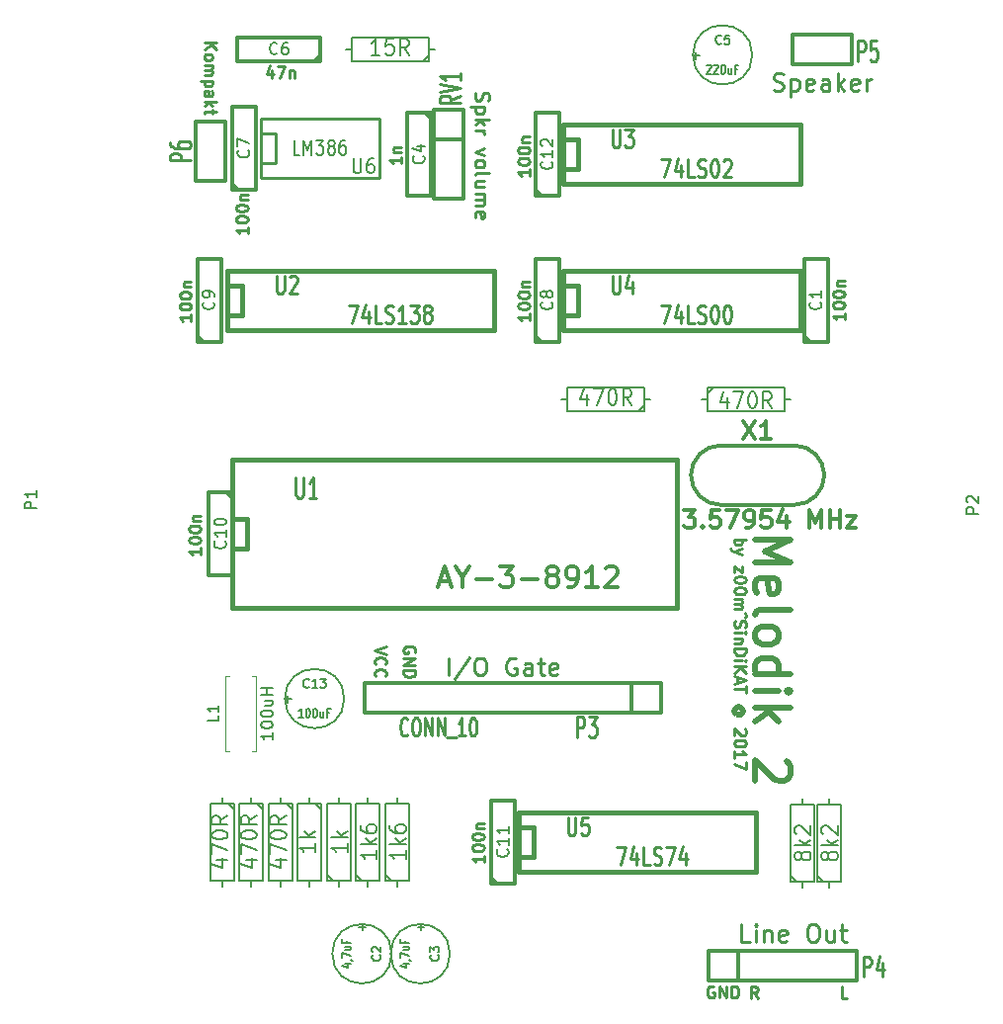
<source format=gto>
G04 #@! TF.FileFunction,Legend,Top*
%FSLAX46Y46*%
G04 Gerber Fmt 4.6, Leading zero omitted, Abs format (unit mm)*
G04 Created by KiCad (PCBNEW 4.0.5) date 02/22/17 12:47:01*
%MOMM*%
%LPD*%
G01*
G04 APERTURE LIST*
%ADD10C,0.150000*%
%ADD11C,0.250000*%
%ADD12C,0.500000*%
%ADD13C,0.120000*%
%ADD14C,0.304800*%
%ADD15C,0.203200*%
%ADD16C,0.317500*%
%ADD17C,0.254000*%
%ADD18C,0.381000*%
%ADD19C,0.127000*%
%ADD20C,0.271780*%
%ADD21C,0.269240*%
%ADD22C,0.285750*%
%ADD23C,0.190500*%
G04 APERTURE END LIST*
D10*
D11*
X163758096Y-128810000D02*
X163662858Y-128762381D01*
X163520001Y-128762381D01*
X163377143Y-128810000D01*
X163281905Y-128905238D01*
X163234286Y-129000476D01*
X163186667Y-129190952D01*
X163186667Y-129333810D01*
X163234286Y-129524286D01*
X163281905Y-129619524D01*
X163377143Y-129714762D01*
X163520001Y-129762381D01*
X163615239Y-129762381D01*
X163758096Y-129714762D01*
X163805715Y-129667143D01*
X163805715Y-129333810D01*
X163615239Y-129333810D01*
X164234286Y-129762381D02*
X164234286Y-128762381D01*
X164805715Y-129762381D01*
X164805715Y-128762381D01*
X165281905Y-129762381D02*
X165281905Y-128762381D01*
X165520000Y-128762381D01*
X165662858Y-128810000D01*
X165758096Y-128905238D01*
X165805715Y-129000476D01*
X165853334Y-129190952D01*
X165853334Y-129333810D01*
X165805715Y-129524286D01*
X165758096Y-129619524D01*
X165662858Y-129714762D01*
X165520000Y-129762381D01*
X165281905Y-129762381D01*
X175189524Y-129802381D02*
X174713333Y-129802381D01*
X174713333Y-128802381D01*
X167489524Y-129802381D02*
X167156190Y-129326190D01*
X166918095Y-129802381D02*
X166918095Y-128802381D01*
X167299048Y-128802381D01*
X167394286Y-128850000D01*
X167441905Y-128897619D01*
X167489524Y-128992857D01*
X167489524Y-129135714D01*
X167441905Y-129230952D01*
X167394286Y-129278571D01*
X167299048Y-129326190D01*
X166918095Y-129326190D01*
X144052381Y-117589047D02*
X144052381Y-118160476D01*
X144052381Y-117874762D02*
X143052381Y-117874762D01*
X143195238Y-117970000D01*
X143290476Y-118065238D01*
X143338095Y-118160476D01*
X143052381Y-116970000D02*
X143052381Y-116874761D01*
X143100000Y-116779523D01*
X143147619Y-116731904D01*
X143242857Y-116684285D01*
X143433333Y-116636666D01*
X143671429Y-116636666D01*
X143861905Y-116684285D01*
X143957143Y-116731904D01*
X144004762Y-116779523D01*
X144052381Y-116874761D01*
X144052381Y-116970000D01*
X144004762Y-117065238D01*
X143957143Y-117112857D01*
X143861905Y-117160476D01*
X143671429Y-117208095D01*
X143433333Y-117208095D01*
X143242857Y-117160476D01*
X143147619Y-117112857D01*
X143100000Y-117065238D01*
X143052381Y-116970000D01*
X143052381Y-116017619D02*
X143052381Y-115922380D01*
X143100000Y-115827142D01*
X143147619Y-115779523D01*
X143242857Y-115731904D01*
X143433333Y-115684285D01*
X143671429Y-115684285D01*
X143861905Y-115731904D01*
X143957143Y-115779523D01*
X144004762Y-115827142D01*
X144052381Y-115922380D01*
X144052381Y-116017619D01*
X144004762Y-116112857D01*
X143957143Y-116160476D01*
X143861905Y-116208095D01*
X143671429Y-116255714D01*
X143433333Y-116255714D01*
X143242857Y-116208095D01*
X143147619Y-116160476D01*
X143100000Y-116112857D01*
X143052381Y-116017619D01*
X143385714Y-115255714D02*
X144052381Y-115255714D01*
X143480952Y-115255714D02*
X143433333Y-115208095D01*
X143385714Y-115112857D01*
X143385714Y-114969999D01*
X143433333Y-114874761D01*
X143528571Y-114827142D01*
X144052381Y-114827142D01*
X138120000Y-100208096D02*
X138167619Y-100112858D01*
X138167619Y-99970001D01*
X138120000Y-99827143D01*
X138024762Y-99731905D01*
X137929524Y-99684286D01*
X137739048Y-99636667D01*
X137596190Y-99636667D01*
X137405714Y-99684286D01*
X137310476Y-99731905D01*
X137215238Y-99827143D01*
X137167619Y-99970001D01*
X137167619Y-100065239D01*
X137215238Y-100208096D01*
X137262857Y-100255715D01*
X137596190Y-100255715D01*
X137596190Y-100065239D01*
X137167619Y-100684286D02*
X138167619Y-100684286D01*
X137167619Y-101255715D01*
X138167619Y-101255715D01*
X137167619Y-101731905D02*
X138167619Y-101731905D01*
X138167619Y-101970000D01*
X138120000Y-102112858D01*
X138024762Y-102208096D01*
X137929524Y-102255715D01*
X137739048Y-102303334D01*
X137596190Y-102303334D01*
X137405714Y-102255715D01*
X137310476Y-102208096D01*
X137215238Y-102112858D01*
X137167619Y-101970000D01*
X137167619Y-101731905D01*
X135687619Y-99666667D02*
X134687619Y-100000000D01*
X135687619Y-100333334D01*
X134782857Y-101238096D02*
X134735238Y-101190477D01*
X134687619Y-101047620D01*
X134687619Y-100952382D01*
X134735238Y-100809524D01*
X134830476Y-100714286D01*
X134925714Y-100666667D01*
X135116190Y-100619048D01*
X135259048Y-100619048D01*
X135449524Y-100666667D01*
X135544762Y-100714286D01*
X135640000Y-100809524D01*
X135687619Y-100952382D01*
X135687619Y-101047620D01*
X135640000Y-101190477D01*
X135592381Y-101238096D01*
X134782857Y-102238096D02*
X134735238Y-102190477D01*
X134687619Y-102047620D01*
X134687619Y-101952382D01*
X134735238Y-101809524D01*
X134830476Y-101714286D01*
X134925714Y-101666667D01*
X135116190Y-101619048D01*
X135259048Y-101619048D01*
X135449524Y-101666667D01*
X135544762Y-101714286D01*
X135640000Y-101809524D01*
X135687619Y-101952382D01*
X135687619Y-102047620D01*
X135640000Y-102190477D01*
X135592381Y-102238096D01*
X119782381Y-91229047D02*
X119782381Y-91800476D01*
X119782381Y-91514762D02*
X118782381Y-91514762D01*
X118925238Y-91610000D01*
X119020476Y-91705238D01*
X119068095Y-91800476D01*
X118782381Y-90610000D02*
X118782381Y-90514761D01*
X118830000Y-90419523D01*
X118877619Y-90371904D01*
X118972857Y-90324285D01*
X119163333Y-90276666D01*
X119401429Y-90276666D01*
X119591905Y-90324285D01*
X119687143Y-90371904D01*
X119734762Y-90419523D01*
X119782381Y-90514761D01*
X119782381Y-90610000D01*
X119734762Y-90705238D01*
X119687143Y-90752857D01*
X119591905Y-90800476D01*
X119401429Y-90848095D01*
X119163333Y-90848095D01*
X118972857Y-90800476D01*
X118877619Y-90752857D01*
X118830000Y-90705238D01*
X118782381Y-90610000D01*
X118782381Y-89657619D02*
X118782381Y-89562380D01*
X118830000Y-89467142D01*
X118877619Y-89419523D01*
X118972857Y-89371904D01*
X119163333Y-89324285D01*
X119401429Y-89324285D01*
X119591905Y-89371904D01*
X119687143Y-89419523D01*
X119734762Y-89467142D01*
X119782381Y-89562380D01*
X119782381Y-89657619D01*
X119734762Y-89752857D01*
X119687143Y-89800476D01*
X119591905Y-89848095D01*
X119401429Y-89895714D01*
X119163333Y-89895714D01*
X118972857Y-89848095D01*
X118877619Y-89800476D01*
X118830000Y-89752857D01*
X118782381Y-89657619D01*
X119115714Y-88895714D02*
X119782381Y-88895714D01*
X119210952Y-88895714D02*
X119163333Y-88848095D01*
X119115714Y-88752857D01*
X119115714Y-88609999D01*
X119163333Y-88514761D01*
X119258571Y-88467142D01*
X119782381Y-88467142D01*
X147972381Y-71169047D02*
X147972381Y-71740476D01*
X147972381Y-71454762D02*
X146972381Y-71454762D01*
X147115238Y-71550000D01*
X147210476Y-71645238D01*
X147258095Y-71740476D01*
X146972381Y-70550000D02*
X146972381Y-70454761D01*
X147020000Y-70359523D01*
X147067619Y-70311904D01*
X147162857Y-70264285D01*
X147353333Y-70216666D01*
X147591429Y-70216666D01*
X147781905Y-70264285D01*
X147877143Y-70311904D01*
X147924762Y-70359523D01*
X147972381Y-70454761D01*
X147972381Y-70550000D01*
X147924762Y-70645238D01*
X147877143Y-70692857D01*
X147781905Y-70740476D01*
X147591429Y-70788095D01*
X147353333Y-70788095D01*
X147162857Y-70740476D01*
X147067619Y-70692857D01*
X147020000Y-70645238D01*
X146972381Y-70550000D01*
X146972381Y-69597619D02*
X146972381Y-69502380D01*
X147020000Y-69407142D01*
X147067619Y-69359523D01*
X147162857Y-69311904D01*
X147353333Y-69264285D01*
X147591429Y-69264285D01*
X147781905Y-69311904D01*
X147877143Y-69359523D01*
X147924762Y-69407142D01*
X147972381Y-69502380D01*
X147972381Y-69597619D01*
X147924762Y-69692857D01*
X147877143Y-69740476D01*
X147781905Y-69788095D01*
X147591429Y-69835714D01*
X147353333Y-69835714D01*
X147162857Y-69788095D01*
X147067619Y-69740476D01*
X147020000Y-69692857D01*
X146972381Y-69597619D01*
X147305714Y-68835714D02*
X147972381Y-68835714D01*
X147400952Y-68835714D02*
X147353333Y-68788095D01*
X147305714Y-68692857D01*
X147305714Y-68549999D01*
X147353333Y-68454761D01*
X147448571Y-68407142D01*
X147972381Y-68407142D01*
X118972381Y-71219047D02*
X118972381Y-71790476D01*
X118972381Y-71504762D02*
X117972381Y-71504762D01*
X118115238Y-71600000D01*
X118210476Y-71695238D01*
X118258095Y-71790476D01*
X117972381Y-70600000D02*
X117972381Y-70504761D01*
X118020000Y-70409523D01*
X118067619Y-70361904D01*
X118162857Y-70314285D01*
X118353333Y-70266666D01*
X118591429Y-70266666D01*
X118781905Y-70314285D01*
X118877143Y-70361904D01*
X118924762Y-70409523D01*
X118972381Y-70504761D01*
X118972381Y-70600000D01*
X118924762Y-70695238D01*
X118877143Y-70742857D01*
X118781905Y-70790476D01*
X118591429Y-70838095D01*
X118353333Y-70838095D01*
X118162857Y-70790476D01*
X118067619Y-70742857D01*
X118020000Y-70695238D01*
X117972381Y-70600000D01*
X117972381Y-69647619D02*
X117972381Y-69552380D01*
X118020000Y-69457142D01*
X118067619Y-69409523D01*
X118162857Y-69361904D01*
X118353333Y-69314285D01*
X118591429Y-69314285D01*
X118781905Y-69361904D01*
X118877143Y-69409523D01*
X118924762Y-69457142D01*
X118972381Y-69552380D01*
X118972381Y-69647619D01*
X118924762Y-69742857D01*
X118877143Y-69790476D01*
X118781905Y-69838095D01*
X118591429Y-69885714D01*
X118353333Y-69885714D01*
X118162857Y-69838095D01*
X118067619Y-69790476D01*
X118020000Y-69742857D01*
X117972381Y-69647619D01*
X118305714Y-68885714D02*
X118972381Y-68885714D01*
X118400952Y-68885714D02*
X118353333Y-68838095D01*
X118305714Y-68742857D01*
X118305714Y-68599999D01*
X118353333Y-68504761D01*
X118448571Y-68457142D01*
X118972381Y-68457142D01*
X174942381Y-71109047D02*
X174942381Y-71680476D01*
X174942381Y-71394762D02*
X173942381Y-71394762D01*
X174085238Y-71490000D01*
X174180476Y-71585238D01*
X174228095Y-71680476D01*
X173942381Y-70490000D02*
X173942381Y-70394761D01*
X173990000Y-70299523D01*
X174037619Y-70251904D01*
X174132857Y-70204285D01*
X174323333Y-70156666D01*
X174561429Y-70156666D01*
X174751905Y-70204285D01*
X174847143Y-70251904D01*
X174894762Y-70299523D01*
X174942381Y-70394761D01*
X174942381Y-70490000D01*
X174894762Y-70585238D01*
X174847143Y-70632857D01*
X174751905Y-70680476D01*
X174561429Y-70728095D01*
X174323333Y-70728095D01*
X174132857Y-70680476D01*
X174037619Y-70632857D01*
X173990000Y-70585238D01*
X173942381Y-70490000D01*
X173942381Y-69537619D02*
X173942381Y-69442380D01*
X173990000Y-69347142D01*
X174037619Y-69299523D01*
X174132857Y-69251904D01*
X174323333Y-69204285D01*
X174561429Y-69204285D01*
X174751905Y-69251904D01*
X174847143Y-69299523D01*
X174894762Y-69347142D01*
X174942381Y-69442380D01*
X174942381Y-69537619D01*
X174894762Y-69632857D01*
X174847143Y-69680476D01*
X174751905Y-69728095D01*
X174561429Y-69775714D01*
X174323333Y-69775714D01*
X174132857Y-69728095D01*
X174037619Y-69680476D01*
X173990000Y-69632857D01*
X173942381Y-69537619D01*
X174275714Y-68775714D02*
X174942381Y-68775714D01*
X174370952Y-68775714D02*
X174323333Y-68728095D01*
X174275714Y-68632857D01*
X174275714Y-68489999D01*
X174323333Y-68394761D01*
X174418571Y-68347142D01*
X174942381Y-68347142D01*
X147972381Y-58789047D02*
X147972381Y-59360476D01*
X147972381Y-59074762D02*
X146972381Y-59074762D01*
X147115238Y-59170000D01*
X147210476Y-59265238D01*
X147258095Y-59360476D01*
X146972381Y-58170000D02*
X146972381Y-58074761D01*
X147020000Y-57979523D01*
X147067619Y-57931904D01*
X147162857Y-57884285D01*
X147353333Y-57836666D01*
X147591429Y-57836666D01*
X147781905Y-57884285D01*
X147877143Y-57931904D01*
X147924762Y-57979523D01*
X147972381Y-58074761D01*
X147972381Y-58170000D01*
X147924762Y-58265238D01*
X147877143Y-58312857D01*
X147781905Y-58360476D01*
X147591429Y-58408095D01*
X147353333Y-58408095D01*
X147162857Y-58360476D01*
X147067619Y-58312857D01*
X147020000Y-58265238D01*
X146972381Y-58170000D01*
X146972381Y-57217619D02*
X146972381Y-57122380D01*
X147020000Y-57027142D01*
X147067619Y-56979523D01*
X147162857Y-56931904D01*
X147353333Y-56884285D01*
X147591429Y-56884285D01*
X147781905Y-56931904D01*
X147877143Y-56979523D01*
X147924762Y-57027142D01*
X147972381Y-57122380D01*
X147972381Y-57217619D01*
X147924762Y-57312857D01*
X147877143Y-57360476D01*
X147781905Y-57408095D01*
X147591429Y-57455714D01*
X147353333Y-57455714D01*
X147162857Y-57408095D01*
X147067619Y-57360476D01*
X147020000Y-57312857D01*
X146972381Y-57217619D01*
X147305714Y-56455714D02*
X147972381Y-56455714D01*
X147400952Y-56455714D02*
X147353333Y-56408095D01*
X147305714Y-56312857D01*
X147305714Y-56169999D01*
X147353333Y-56074761D01*
X147448571Y-56027142D01*
X147972381Y-56027142D01*
X123812381Y-63749047D02*
X123812381Y-64320476D01*
X123812381Y-64034762D02*
X122812381Y-64034762D01*
X122955238Y-64130000D01*
X123050476Y-64225238D01*
X123098095Y-64320476D01*
X122812381Y-63130000D02*
X122812381Y-63034761D01*
X122860000Y-62939523D01*
X122907619Y-62891904D01*
X123002857Y-62844285D01*
X123193333Y-62796666D01*
X123431429Y-62796666D01*
X123621905Y-62844285D01*
X123717143Y-62891904D01*
X123764762Y-62939523D01*
X123812381Y-63034761D01*
X123812381Y-63130000D01*
X123764762Y-63225238D01*
X123717143Y-63272857D01*
X123621905Y-63320476D01*
X123431429Y-63368095D01*
X123193333Y-63368095D01*
X123002857Y-63320476D01*
X122907619Y-63272857D01*
X122860000Y-63225238D01*
X122812381Y-63130000D01*
X122812381Y-62177619D02*
X122812381Y-62082380D01*
X122860000Y-61987142D01*
X122907619Y-61939523D01*
X123002857Y-61891904D01*
X123193333Y-61844285D01*
X123431429Y-61844285D01*
X123621905Y-61891904D01*
X123717143Y-61939523D01*
X123764762Y-61987142D01*
X123812381Y-62082380D01*
X123812381Y-62177619D01*
X123764762Y-62272857D01*
X123717143Y-62320476D01*
X123621905Y-62368095D01*
X123431429Y-62415714D01*
X123193333Y-62415714D01*
X123002857Y-62368095D01*
X122907619Y-62320476D01*
X122860000Y-62272857D01*
X122812381Y-62177619D01*
X123145714Y-61415714D02*
X123812381Y-61415714D01*
X123240952Y-61415714D02*
X123193333Y-61368095D01*
X123145714Y-61272857D01*
X123145714Y-61129999D01*
X123193333Y-61034761D01*
X123288571Y-60987142D01*
X123812381Y-60987142D01*
X136982381Y-57736666D02*
X136982381Y-58308095D01*
X136982381Y-58022381D02*
X135982381Y-58022381D01*
X136125238Y-58117619D01*
X136220476Y-58212857D01*
X136268095Y-58308095D01*
X136315714Y-57308095D02*
X136982381Y-57308095D01*
X136410952Y-57308095D02*
X136363333Y-57260476D01*
X136315714Y-57165238D01*
X136315714Y-57022380D01*
X136363333Y-56927142D01*
X136458571Y-56879523D01*
X136982381Y-56879523D01*
X125911905Y-50305714D02*
X125911905Y-50972381D01*
X125673809Y-49924762D02*
X125435714Y-50639048D01*
X126054762Y-50639048D01*
X126340476Y-49972381D02*
X127007143Y-49972381D01*
X126578571Y-50972381D01*
X127388095Y-50305714D02*
X127388095Y-50972381D01*
X127388095Y-50400952D02*
X127435714Y-50353333D01*
X127530952Y-50305714D01*
X127673810Y-50305714D01*
X127769048Y-50353333D01*
X127816667Y-50448571D01*
X127816667Y-50972381D01*
X120097619Y-47973809D02*
X121097619Y-47973809D01*
X120097619Y-48545238D02*
X120669048Y-48116666D01*
X121097619Y-48545238D02*
X120526190Y-47973809D01*
X120097619Y-49116666D02*
X120145238Y-49021428D01*
X120192857Y-48973809D01*
X120288095Y-48926190D01*
X120573810Y-48926190D01*
X120669048Y-48973809D01*
X120716667Y-49021428D01*
X120764286Y-49116666D01*
X120764286Y-49259524D01*
X120716667Y-49354762D01*
X120669048Y-49402381D01*
X120573810Y-49450000D01*
X120288095Y-49450000D01*
X120192857Y-49402381D01*
X120145238Y-49354762D01*
X120097619Y-49259524D01*
X120097619Y-49116666D01*
X120097619Y-49878571D02*
X120764286Y-49878571D01*
X120669048Y-49878571D02*
X120716667Y-49926190D01*
X120764286Y-50021428D01*
X120764286Y-50164286D01*
X120716667Y-50259524D01*
X120621429Y-50307143D01*
X120097619Y-50307143D01*
X120621429Y-50307143D02*
X120716667Y-50354762D01*
X120764286Y-50450000D01*
X120764286Y-50592857D01*
X120716667Y-50688095D01*
X120621429Y-50735714D01*
X120097619Y-50735714D01*
X120764286Y-51211904D02*
X119764286Y-51211904D01*
X120716667Y-51211904D02*
X120764286Y-51307142D01*
X120764286Y-51497619D01*
X120716667Y-51592857D01*
X120669048Y-51640476D01*
X120573810Y-51688095D01*
X120288095Y-51688095D01*
X120192857Y-51640476D01*
X120145238Y-51592857D01*
X120097619Y-51497619D01*
X120097619Y-51307142D01*
X120145238Y-51211904D01*
X120097619Y-52545238D02*
X120621429Y-52545238D01*
X120716667Y-52497619D01*
X120764286Y-52402381D01*
X120764286Y-52211904D01*
X120716667Y-52116666D01*
X120145238Y-52545238D02*
X120097619Y-52450000D01*
X120097619Y-52211904D01*
X120145238Y-52116666D01*
X120240476Y-52069047D01*
X120335714Y-52069047D01*
X120430952Y-52116666D01*
X120478571Y-52211904D01*
X120478571Y-52450000D01*
X120526190Y-52545238D01*
X120097619Y-53021428D02*
X121097619Y-53021428D01*
X120478571Y-53116666D02*
X120097619Y-53402381D01*
X120764286Y-53402381D02*
X120383333Y-53021428D01*
X120764286Y-53688095D02*
X120764286Y-54069047D01*
X121097619Y-53830952D02*
X120240476Y-53830952D01*
X120145238Y-53878571D01*
X120097619Y-53973809D01*
X120097619Y-54069047D01*
X143354286Y-52238572D02*
X143297143Y-52410001D01*
X143297143Y-52695715D01*
X143354286Y-52810001D01*
X143411429Y-52867144D01*
X143525714Y-52924287D01*
X143640000Y-52924287D01*
X143754286Y-52867144D01*
X143811429Y-52810001D01*
X143868571Y-52695715D01*
X143925714Y-52467144D01*
X143982857Y-52352858D01*
X144040000Y-52295715D01*
X144154286Y-52238572D01*
X144268571Y-52238572D01*
X144382857Y-52295715D01*
X144440000Y-52352858D01*
X144497143Y-52467144D01*
X144497143Y-52752858D01*
X144440000Y-52924287D01*
X144097143Y-53438572D02*
X142897143Y-53438572D01*
X144040000Y-53438572D02*
X144097143Y-53552858D01*
X144097143Y-53781429D01*
X144040000Y-53895715D01*
X143982857Y-53952858D01*
X143868571Y-54010001D01*
X143525714Y-54010001D01*
X143411429Y-53952858D01*
X143354286Y-53895715D01*
X143297143Y-53781429D01*
X143297143Y-53552858D01*
X143354286Y-53438572D01*
X143297143Y-54524286D02*
X144497143Y-54524286D01*
X143754286Y-54638572D02*
X143297143Y-54981429D01*
X144097143Y-54981429D02*
X143640000Y-54524286D01*
X143297143Y-55495715D02*
X144097143Y-55495715D01*
X143868571Y-55495715D02*
X143982857Y-55552858D01*
X144040000Y-55610001D01*
X144097143Y-55724287D01*
X144097143Y-55838572D01*
X144097143Y-57038573D02*
X143297143Y-57324287D01*
X144097143Y-57610001D01*
X143297143Y-58238573D02*
X143354286Y-58124287D01*
X143411429Y-58067144D01*
X143525714Y-58010001D01*
X143868571Y-58010001D01*
X143982857Y-58067144D01*
X144040000Y-58124287D01*
X144097143Y-58238573D01*
X144097143Y-58410001D01*
X144040000Y-58524287D01*
X143982857Y-58581430D01*
X143868571Y-58638573D01*
X143525714Y-58638573D01*
X143411429Y-58581430D01*
X143354286Y-58524287D01*
X143297143Y-58410001D01*
X143297143Y-58238573D01*
X143297143Y-59324287D02*
X143354286Y-59210001D01*
X143468571Y-59152858D01*
X144497143Y-59152858D01*
X144097143Y-60295715D02*
X143297143Y-60295715D01*
X144097143Y-59781429D02*
X143468571Y-59781429D01*
X143354286Y-59838572D01*
X143297143Y-59952858D01*
X143297143Y-60124286D01*
X143354286Y-60238572D01*
X143411429Y-60295715D01*
X143297143Y-60867143D02*
X144097143Y-60867143D01*
X143982857Y-60867143D02*
X144040000Y-60924286D01*
X144097143Y-61038572D01*
X144097143Y-61210000D01*
X144040000Y-61324286D01*
X143925714Y-61381429D01*
X143297143Y-61381429D01*
X143925714Y-61381429D02*
X144040000Y-61438572D01*
X144097143Y-61552858D01*
X144097143Y-61724286D01*
X144040000Y-61838572D01*
X143925714Y-61895715D01*
X143297143Y-61895715D01*
X143354286Y-62924286D02*
X143297143Y-62810000D01*
X143297143Y-62581429D01*
X143354286Y-62467143D01*
X143468571Y-62410000D01*
X143925714Y-62410000D01*
X144040000Y-62467143D01*
X144097143Y-62581429D01*
X144097143Y-62810000D01*
X144040000Y-62924286D01*
X143925714Y-62981429D01*
X143811429Y-62981429D01*
X143697143Y-62410000D01*
X168857143Y-51987143D02*
X169071429Y-52058571D01*
X169428572Y-52058571D01*
X169571429Y-51987143D01*
X169642858Y-51915714D01*
X169714286Y-51772857D01*
X169714286Y-51630000D01*
X169642858Y-51487143D01*
X169571429Y-51415714D01*
X169428572Y-51344286D01*
X169142858Y-51272857D01*
X169000000Y-51201429D01*
X168928572Y-51130000D01*
X168857143Y-50987143D01*
X168857143Y-50844286D01*
X168928572Y-50701429D01*
X169000000Y-50630000D01*
X169142858Y-50558571D01*
X169500000Y-50558571D01*
X169714286Y-50630000D01*
X170357143Y-51058571D02*
X170357143Y-52558571D01*
X170357143Y-51130000D02*
X170500000Y-51058571D01*
X170785714Y-51058571D01*
X170928571Y-51130000D01*
X171000000Y-51201429D01*
X171071429Y-51344286D01*
X171071429Y-51772857D01*
X171000000Y-51915714D01*
X170928571Y-51987143D01*
X170785714Y-52058571D01*
X170500000Y-52058571D01*
X170357143Y-51987143D01*
X172285714Y-51987143D02*
X172142857Y-52058571D01*
X171857143Y-52058571D01*
X171714286Y-51987143D01*
X171642857Y-51844286D01*
X171642857Y-51272857D01*
X171714286Y-51130000D01*
X171857143Y-51058571D01*
X172142857Y-51058571D01*
X172285714Y-51130000D01*
X172357143Y-51272857D01*
X172357143Y-51415714D01*
X171642857Y-51558571D01*
X173642857Y-52058571D02*
X173642857Y-51272857D01*
X173571428Y-51130000D01*
X173428571Y-51058571D01*
X173142857Y-51058571D01*
X173000000Y-51130000D01*
X173642857Y-51987143D02*
X173500000Y-52058571D01*
X173142857Y-52058571D01*
X173000000Y-51987143D01*
X172928571Y-51844286D01*
X172928571Y-51701429D01*
X173000000Y-51558571D01*
X173142857Y-51487143D01*
X173500000Y-51487143D01*
X173642857Y-51415714D01*
X174357143Y-52058571D02*
X174357143Y-50558571D01*
X174500000Y-51487143D02*
X174928571Y-52058571D01*
X174928571Y-51058571D02*
X174357143Y-51630000D01*
X176142857Y-51987143D02*
X176000000Y-52058571D01*
X175714286Y-52058571D01*
X175571429Y-51987143D01*
X175500000Y-51844286D01*
X175500000Y-51272857D01*
X175571429Y-51130000D01*
X175714286Y-51058571D01*
X176000000Y-51058571D01*
X176142857Y-51130000D01*
X176214286Y-51272857D01*
X176214286Y-51415714D01*
X175500000Y-51558571D01*
X176857143Y-52058571D02*
X176857143Y-51058571D01*
X176857143Y-51344286D02*
X176928571Y-51201429D01*
X177000000Y-51130000D01*
X177142857Y-51058571D01*
X177285714Y-51058571D01*
X166831429Y-124958571D02*
X166117143Y-124958571D01*
X166117143Y-123458571D01*
X167331429Y-124958571D02*
X167331429Y-123958571D01*
X167331429Y-123458571D02*
X167260000Y-123530000D01*
X167331429Y-123601429D01*
X167402857Y-123530000D01*
X167331429Y-123458571D01*
X167331429Y-123601429D01*
X168045715Y-123958571D02*
X168045715Y-124958571D01*
X168045715Y-124101429D02*
X168117143Y-124030000D01*
X168260001Y-123958571D01*
X168474286Y-123958571D01*
X168617143Y-124030000D01*
X168688572Y-124172857D01*
X168688572Y-124958571D01*
X169974286Y-124887143D02*
X169831429Y-124958571D01*
X169545715Y-124958571D01*
X169402858Y-124887143D01*
X169331429Y-124744286D01*
X169331429Y-124172857D01*
X169402858Y-124030000D01*
X169545715Y-123958571D01*
X169831429Y-123958571D01*
X169974286Y-124030000D01*
X170045715Y-124172857D01*
X170045715Y-124315714D01*
X169331429Y-124458571D01*
X172117143Y-123458571D02*
X172402857Y-123458571D01*
X172545715Y-123530000D01*
X172688572Y-123672857D01*
X172760000Y-123958571D01*
X172760000Y-124458571D01*
X172688572Y-124744286D01*
X172545715Y-124887143D01*
X172402857Y-124958571D01*
X172117143Y-124958571D01*
X171974286Y-124887143D01*
X171831429Y-124744286D01*
X171760000Y-124458571D01*
X171760000Y-123958571D01*
X171831429Y-123672857D01*
X171974286Y-123530000D01*
X172117143Y-123458571D01*
X174045715Y-123958571D02*
X174045715Y-124958571D01*
X173402858Y-123958571D02*
X173402858Y-124744286D01*
X173474286Y-124887143D01*
X173617144Y-124958571D01*
X173831429Y-124958571D01*
X173974286Y-124887143D01*
X174045715Y-124815714D01*
X174545715Y-123958571D02*
X175117144Y-123958571D01*
X174760001Y-123458571D02*
X174760001Y-124744286D01*
X174831429Y-124887143D01*
X174974287Y-124958571D01*
X175117144Y-124958571D01*
X141027143Y-102148571D02*
X141027143Y-100648571D01*
X142812857Y-100577143D02*
X141527143Y-102505714D01*
X143598572Y-100648571D02*
X143884286Y-100648571D01*
X144027144Y-100720000D01*
X144170001Y-100862857D01*
X144241429Y-101148571D01*
X144241429Y-101648571D01*
X144170001Y-101934286D01*
X144027144Y-102077143D01*
X143884286Y-102148571D01*
X143598572Y-102148571D01*
X143455715Y-102077143D01*
X143312858Y-101934286D01*
X143241429Y-101648571D01*
X143241429Y-101148571D01*
X143312858Y-100862857D01*
X143455715Y-100720000D01*
X143598572Y-100648571D01*
X146812858Y-100720000D02*
X146670001Y-100648571D01*
X146455715Y-100648571D01*
X146241430Y-100720000D01*
X146098572Y-100862857D01*
X146027144Y-101005714D01*
X145955715Y-101291429D01*
X145955715Y-101505714D01*
X146027144Y-101791429D01*
X146098572Y-101934286D01*
X146241430Y-102077143D01*
X146455715Y-102148571D01*
X146598572Y-102148571D01*
X146812858Y-102077143D01*
X146884287Y-102005714D01*
X146884287Y-101505714D01*
X146598572Y-101505714D01*
X148170001Y-102148571D02*
X148170001Y-101362857D01*
X148098572Y-101220000D01*
X147955715Y-101148571D01*
X147670001Y-101148571D01*
X147527144Y-101220000D01*
X148170001Y-102077143D02*
X148027144Y-102148571D01*
X147670001Y-102148571D01*
X147527144Y-102077143D01*
X147455715Y-101934286D01*
X147455715Y-101791429D01*
X147527144Y-101648571D01*
X147670001Y-101577143D01*
X148027144Y-101577143D01*
X148170001Y-101505714D01*
X148670001Y-101148571D02*
X149241430Y-101148571D01*
X148884287Y-100648571D02*
X148884287Y-101934286D01*
X148955715Y-102077143D01*
X149098573Y-102148571D01*
X149241430Y-102148571D01*
X150312858Y-102077143D02*
X150170001Y-102148571D01*
X149884287Y-102148571D01*
X149741430Y-102077143D01*
X149670001Y-101934286D01*
X149670001Y-101362857D01*
X149741430Y-101220000D01*
X149884287Y-101148571D01*
X150170001Y-101148571D01*
X150312858Y-101220000D01*
X150384287Y-101362857D01*
X150384287Y-101505714D01*
X149670001Y-101648571D01*
X165497619Y-90490476D02*
X166497619Y-90490476D01*
X166116667Y-90490476D02*
X166164286Y-90585714D01*
X166164286Y-90776191D01*
X166116667Y-90871429D01*
X166069048Y-90919048D01*
X165973810Y-90966667D01*
X165688095Y-90966667D01*
X165592857Y-90919048D01*
X165545238Y-90871429D01*
X165497619Y-90776191D01*
X165497619Y-90585714D01*
X165545238Y-90490476D01*
X166164286Y-91300000D02*
X165497619Y-91538095D01*
X166164286Y-91776191D02*
X165497619Y-91538095D01*
X165259524Y-91442857D01*
X165211905Y-91395238D01*
X165164286Y-91300000D01*
X166164286Y-92823810D02*
X166164286Y-93347620D01*
X165497619Y-92823810D01*
X165497619Y-93347620D01*
X166497619Y-93919048D02*
X166497619Y-94014287D01*
X166450000Y-94109525D01*
X166402381Y-94157144D01*
X166307143Y-94204763D01*
X166116667Y-94252382D01*
X165878571Y-94252382D01*
X165688095Y-94204763D01*
X165592857Y-94157144D01*
X165545238Y-94109525D01*
X165497619Y-94014287D01*
X165497619Y-93919048D01*
X165545238Y-93823810D01*
X165592857Y-93776191D01*
X165688095Y-93728572D01*
X165878571Y-93680953D01*
X166116667Y-93680953D01*
X166307143Y-93728572D01*
X166402381Y-93776191D01*
X166450000Y-93823810D01*
X166497619Y-93919048D01*
X166497619Y-94871429D02*
X166497619Y-94966668D01*
X166450000Y-95061906D01*
X166402381Y-95109525D01*
X166307143Y-95157144D01*
X166116667Y-95204763D01*
X165878571Y-95204763D01*
X165688095Y-95157144D01*
X165592857Y-95109525D01*
X165545238Y-95061906D01*
X165497619Y-94966668D01*
X165497619Y-94871429D01*
X165545238Y-94776191D01*
X165592857Y-94728572D01*
X165688095Y-94680953D01*
X165878571Y-94633334D01*
X166116667Y-94633334D01*
X166307143Y-94680953D01*
X166402381Y-94728572D01*
X166450000Y-94776191D01*
X166497619Y-94871429D01*
X165497619Y-95633334D02*
X166164286Y-95633334D01*
X166069048Y-95633334D02*
X166116667Y-95680953D01*
X166164286Y-95776191D01*
X166164286Y-95919049D01*
X166116667Y-96014287D01*
X166021429Y-96061906D01*
X165497619Y-96061906D01*
X166021429Y-96061906D02*
X166116667Y-96109525D01*
X166164286Y-96204763D01*
X166164286Y-96347620D01*
X166116667Y-96442858D01*
X166021429Y-96490477D01*
X165497619Y-96490477D01*
X166402381Y-96823810D02*
X166545238Y-97014286D01*
X166402381Y-97204762D01*
X165545238Y-97490477D02*
X165497619Y-97633334D01*
X165497619Y-97871430D01*
X165545238Y-97966668D01*
X165592857Y-98014287D01*
X165688095Y-98061906D01*
X165783333Y-98061906D01*
X165878571Y-98014287D01*
X165926190Y-97966668D01*
X165973810Y-97871430D01*
X166021429Y-97680953D01*
X166069048Y-97585715D01*
X166116667Y-97538096D01*
X166211905Y-97490477D01*
X166307143Y-97490477D01*
X166402381Y-97538096D01*
X166450000Y-97585715D01*
X166497619Y-97680953D01*
X166497619Y-97919049D01*
X166450000Y-98061906D01*
X165497619Y-98490477D02*
X166164286Y-98490477D01*
X166497619Y-98490477D02*
X166450000Y-98442858D01*
X166402381Y-98490477D01*
X166450000Y-98538096D01*
X166497619Y-98490477D01*
X166402381Y-98490477D01*
X166164286Y-98966667D02*
X165497619Y-98966667D01*
X166069048Y-98966667D02*
X166116667Y-99014286D01*
X166164286Y-99109524D01*
X166164286Y-99252382D01*
X166116667Y-99347620D01*
X166021429Y-99395239D01*
X165497619Y-99395239D01*
X165497619Y-99871429D02*
X166497619Y-99871429D01*
X166497619Y-100109524D01*
X166450000Y-100252382D01*
X166354762Y-100347620D01*
X166259524Y-100395239D01*
X166069048Y-100442858D01*
X165926190Y-100442858D01*
X165735714Y-100395239D01*
X165640476Y-100347620D01*
X165545238Y-100252382D01*
X165497619Y-100109524D01*
X165497619Y-99871429D01*
X165497619Y-100871429D02*
X166164286Y-100871429D01*
X166497619Y-100871429D02*
X166450000Y-100823810D01*
X166402381Y-100871429D01*
X166450000Y-100919048D01*
X166497619Y-100871429D01*
X166402381Y-100871429D01*
X165497619Y-101347619D02*
X166497619Y-101347619D01*
X165497619Y-101919048D02*
X166069048Y-101490476D01*
X166497619Y-101919048D02*
X165926190Y-101347619D01*
X165783333Y-102300000D02*
X165783333Y-102776191D01*
X165497619Y-102204762D02*
X166497619Y-102538095D01*
X165497619Y-102871429D01*
X166497619Y-103061905D02*
X166497619Y-103633334D01*
X165497619Y-103347619D02*
X166497619Y-103347619D01*
X165973810Y-105347620D02*
X166021429Y-105300001D01*
X166069048Y-105204763D01*
X166069048Y-105109525D01*
X166021429Y-105014287D01*
X165973810Y-104966667D01*
X165878571Y-104919048D01*
X165783333Y-104919048D01*
X165688095Y-104966667D01*
X165640476Y-105014287D01*
X165592857Y-105109525D01*
X165592857Y-105204763D01*
X165640476Y-105300001D01*
X165688095Y-105347620D01*
X166069048Y-105347620D02*
X165688095Y-105347620D01*
X165640476Y-105395239D01*
X165640476Y-105442858D01*
X165688095Y-105538096D01*
X165783333Y-105585715D01*
X166021429Y-105585715D01*
X166164286Y-105490477D01*
X166259524Y-105347620D01*
X166307143Y-105157144D01*
X166259524Y-104966667D01*
X166164286Y-104823810D01*
X166021429Y-104728572D01*
X165830952Y-104680953D01*
X165640476Y-104728572D01*
X165497619Y-104823810D01*
X165402381Y-104966667D01*
X165354762Y-105157144D01*
X165402381Y-105347620D01*
X165497619Y-105490477D01*
X166402381Y-106728572D02*
X166450000Y-106776191D01*
X166497619Y-106871429D01*
X166497619Y-107109525D01*
X166450000Y-107204763D01*
X166402381Y-107252382D01*
X166307143Y-107300001D01*
X166211905Y-107300001D01*
X166069048Y-107252382D01*
X165497619Y-106680953D01*
X165497619Y-107300001D01*
X166497619Y-107919048D02*
X166497619Y-108014287D01*
X166450000Y-108109525D01*
X166402381Y-108157144D01*
X166307143Y-108204763D01*
X166116667Y-108252382D01*
X165878571Y-108252382D01*
X165688095Y-108204763D01*
X165592857Y-108157144D01*
X165545238Y-108109525D01*
X165497619Y-108014287D01*
X165497619Y-107919048D01*
X165545238Y-107823810D01*
X165592857Y-107776191D01*
X165688095Y-107728572D01*
X165878571Y-107680953D01*
X166116667Y-107680953D01*
X166307143Y-107728572D01*
X166402381Y-107776191D01*
X166450000Y-107823810D01*
X166497619Y-107919048D01*
X165497619Y-109204763D02*
X165497619Y-108633334D01*
X165497619Y-108919048D02*
X166497619Y-108919048D01*
X166354762Y-108823810D01*
X166259524Y-108728572D01*
X166211905Y-108633334D01*
X166497619Y-109538096D02*
X166497619Y-110204763D01*
X165497619Y-109776191D01*
D12*
X167292857Y-90514286D02*
X170292857Y-90514286D01*
X168150000Y-91514286D01*
X170292857Y-92514286D01*
X167292857Y-92514286D01*
X167435714Y-95085714D02*
X167292857Y-94800000D01*
X167292857Y-94228571D01*
X167435714Y-93942857D01*
X167721429Y-93800000D01*
X168864286Y-93800000D01*
X169150000Y-93942857D01*
X169292857Y-94228571D01*
X169292857Y-94800000D01*
X169150000Y-95085714D01*
X168864286Y-95228571D01*
X168578571Y-95228571D01*
X168292857Y-93800000D01*
X167292857Y-96942857D02*
X167435714Y-96657143D01*
X167721429Y-96514286D01*
X170292857Y-96514286D01*
X167292857Y-98514286D02*
X167435714Y-98228572D01*
X167578571Y-98085715D01*
X167864286Y-97942858D01*
X168721429Y-97942858D01*
X169007143Y-98085715D01*
X169150000Y-98228572D01*
X169292857Y-98514286D01*
X169292857Y-98942858D01*
X169150000Y-99228572D01*
X169007143Y-99371429D01*
X168721429Y-99514286D01*
X167864286Y-99514286D01*
X167578571Y-99371429D01*
X167435714Y-99228572D01*
X167292857Y-98942858D01*
X167292857Y-98514286D01*
X167292857Y-102085715D02*
X170292857Y-102085715D01*
X167435714Y-102085715D02*
X167292857Y-101800001D01*
X167292857Y-101228572D01*
X167435714Y-100942858D01*
X167578571Y-100800001D01*
X167864286Y-100657144D01*
X168721429Y-100657144D01*
X169007143Y-100800001D01*
X169150000Y-100942858D01*
X169292857Y-101228572D01*
X169292857Y-101800001D01*
X169150000Y-102085715D01*
X167292857Y-103514287D02*
X169292857Y-103514287D01*
X170292857Y-103514287D02*
X170150000Y-103371430D01*
X170007143Y-103514287D01*
X170150000Y-103657144D01*
X170292857Y-103514287D01*
X170007143Y-103514287D01*
X167292857Y-104942858D02*
X170292857Y-104942858D01*
X168435714Y-105228572D02*
X167292857Y-106085715D01*
X169292857Y-106085715D02*
X168150000Y-104942858D01*
X170007143Y-109514286D02*
X170150000Y-109657143D01*
X170292857Y-109942857D01*
X170292857Y-110657143D01*
X170150000Y-110942857D01*
X170007143Y-111085714D01*
X169721429Y-111228571D01*
X169435714Y-111228571D01*
X169007143Y-111085714D01*
X167292857Y-109371428D01*
X167292857Y-111228571D01*
D13*
X122210000Y-108620000D02*
X121880000Y-108620000D01*
X121880000Y-108620000D02*
X121880000Y-102200000D01*
X121880000Y-102200000D02*
X122210000Y-102200000D01*
X124170000Y-108620000D02*
X124500000Y-108620000D01*
X124500000Y-108620000D02*
X124500000Y-102200000D01*
X124500000Y-102200000D02*
X124170000Y-102200000D01*
D14*
X163280000Y-128270000D02*
X163280000Y-125730000D01*
X163280000Y-125730000D02*
X175980000Y-125730000D01*
X175980000Y-125730000D02*
X175980000Y-128270000D01*
X175980000Y-128270000D02*
X163280000Y-128270000D01*
X165820000Y-128270000D02*
X165820000Y-125730000D01*
X139730000Y-53690000D02*
X142270000Y-53690000D01*
X142270000Y-53690000D02*
X142270000Y-61310000D01*
X142270000Y-61310000D02*
X139730000Y-61310000D01*
X139730000Y-61310000D02*
X139730000Y-53690000D01*
X142270000Y-56230000D02*
X139730000Y-56230000D01*
X170460000Y-49770000D02*
X170460000Y-47230000D01*
X170460000Y-47230000D02*
X175540000Y-47230000D01*
X175540000Y-47230000D02*
X175540000Y-49770000D01*
X175540000Y-49770000D02*
X170460000Y-49770000D01*
X159200000Y-102830000D02*
X159200000Y-105370000D01*
X159200000Y-105370000D02*
X133800000Y-105370000D01*
X133800000Y-105370000D02*
X133800000Y-102830000D01*
X133800000Y-102830000D02*
X159200000Y-102830000D01*
X156660000Y-102830000D02*
X156660000Y-105370000D01*
D15*
X139810000Y-48500000D02*
X139302000Y-48500000D01*
X132190000Y-48500000D02*
X132698000Y-48500000D01*
X132698000Y-48500000D02*
X132698000Y-49516000D01*
X132698000Y-49516000D02*
X139302000Y-49516000D01*
X139302000Y-49516000D02*
X139302000Y-47484000D01*
X139302000Y-47484000D02*
X132698000Y-47484000D01*
X132698000Y-47484000D02*
X132698000Y-48500000D01*
X139302000Y-49008000D02*
X138794000Y-49516000D01*
X158310000Y-78500000D02*
X157802000Y-78500000D01*
X150690000Y-78500000D02*
X151198000Y-78500000D01*
X151198000Y-78500000D02*
X151198000Y-79516000D01*
X151198000Y-79516000D02*
X157802000Y-79516000D01*
X157802000Y-79516000D02*
X157802000Y-77484000D01*
X157802000Y-77484000D02*
X151198000Y-77484000D01*
X151198000Y-77484000D02*
X151198000Y-78500000D01*
X157802000Y-79008000D02*
X157294000Y-79516000D01*
X162690000Y-78500000D02*
X163198000Y-78500000D01*
X170310000Y-78500000D02*
X169802000Y-78500000D01*
X169802000Y-78500000D02*
X169802000Y-77484000D01*
X169802000Y-77484000D02*
X163198000Y-77484000D01*
X163198000Y-77484000D02*
X163198000Y-79516000D01*
X163198000Y-79516000D02*
X169802000Y-79516000D01*
X169802000Y-79516000D02*
X169802000Y-78500000D01*
X163198000Y-77992000D02*
X163706000Y-77484000D01*
X171300000Y-120310000D02*
X171300000Y-119802000D01*
X171300000Y-112690000D02*
X171300000Y-113198000D01*
X171300000Y-113198000D02*
X170284000Y-113198000D01*
X170284000Y-113198000D02*
X170284000Y-119802000D01*
X170284000Y-119802000D02*
X172316000Y-119802000D01*
X172316000Y-119802000D02*
X172316000Y-113198000D01*
X172316000Y-113198000D02*
X171300000Y-113198000D01*
X170792000Y-119802000D02*
X170284000Y-119294000D01*
X173600000Y-120310000D02*
X173600000Y-119802000D01*
X173600000Y-112690000D02*
X173600000Y-113198000D01*
X173600000Y-113198000D02*
X172584000Y-113198000D01*
X172584000Y-113198000D02*
X172584000Y-119802000D01*
X172584000Y-119802000D02*
X174616000Y-119802000D01*
X174616000Y-119802000D02*
X174616000Y-113198000D01*
X174616000Y-113198000D02*
X173600000Y-113198000D01*
X173092000Y-119802000D02*
X172584000Y-119294000D01*
X121600000Y-112590000D02*
X121600000Y-113098000D01*
X121600000Y-120210000D02*
X121600000Y-119702000D01*
X121600000Y-119702000D02*
X122616000Y-119702000D01*
X122616000Y-119702000D02*
X122616000Y-113098000D01*
X122616000Y-113098000D02*
X120584000Y-113098000D01*
X120584000Y-113098000D02*
X120584000Y-119702000D01*
X120584000Y-119702000D02*
X121600000Y-119702000D01*
X122108000Y-113098000D02*
X122616000Y-113606000D01*
X124100000Y-112590000D02*
X124100000Y-113098000D01*
X124100000Y-120210000D02*
X124100000Y-119702000D01*
X124100000Y-119702000D02*
X125116000Y-119702000D01*
X125116000Y-119702000D02*
X125116000Y-113098000D01*
X125116000Y-113098000D02*
X123084000Y-113098000D01*
X123084000Y-113098000D02*
X123084000Y-119702000D01*
X123084000Y-119702000D02*
X124100000Y-119702000D01*
X124608000Y-113098000D02*
X125116000Y-113606000D01*
X126600000Y-112590000D02*
X126600000Y-113098000D01*
X126600000Y-120210000D02*
X126600000Y-119702000D01*
X126600000Y-119702000D02*
X127616000Y-119702000D01*
X127616000Y-119702000D02*
X127616000Y-113098000D01*
X127616000Y-113098000D02*
X125584000Y-113098000D01*
X125584000Y-113098000D02*
X125584000Y-119702000D01*
X125584000Y-119702000D02*
X126600000Y-119702000D01*
X127108000Y-113098000D02*
X127616000Y-113606000D01*
X131600000Y-120210000D02*
X131600000Y-119702000D01*
X131600000Y-112590000D02*
X131600000Y-113098000D01*
X131600000Y-113098000D02*
X130584000Y-113098000D01*
X130584000Y-113098000D02*
X130584000Y-119702000D01*
X130584000Y-119702000D02*
X132616000Y-119702000D01*
X132616000Y-119702000D02*
X132616000Y-113098000D01*
X132616000Y-113098000D02*
X131600000Y-113098000D01*
X131092000Y-119702000D02*
X130584000Y-119194000D01*
X134100000Y-120210000D02*
X134100000Y-119702000D01*
X134100000Y-112590000D02*
X134100000Y-113098000D01*
X134100000Y-113098000D02*
X133084000Y-113098000D01*
X133084000Y-113098000D02*
X133084000Y-119702000D01*
X133084000Y-119702000D02*
X135116000Y-119702000D01*
X135116000Y-119702000D02*
X135116000Y-113098000D01*
X135116000Y-113098000D02*
X134100000Y-113098000D01*
X133592000Y-119702000D02*
X133084000Y-119194000D01*
X136600000Y-120210000D02*
X136600000Y-119702000D01*
X136600000Y-112590000D02*
X136600000Y-113098000D01*
X136600000Y-113098000D02*
X135584000Y-113098000D01*
X135584000Y-113098000D02*
X135584000Y-119702000D01*
X135584000Y-119702000D02*
X137616000Y-119702000D01*
X137616000Y-119702000D02*
X137616000Y-113098000D01*
X137616000Y-113098000D02*
X136600000Y-113098000D01*
X136092000Y-119702000D02*
X135584000Y-119194000D01*
X129100000Y-112590000D02*
X129100000Y-113098000D01*
X129100000Y-120210000D02*
X129100000Y-119702000D01*
X129100000Y-119702000D02*
X130116000Y-119702000D01*
X130116000Y-119702000D02*
X130116000Y-113098000D01*
X130116000Y-113098000D02*
X128084000Y-113098000D01*
X128084000Y-113098000D02*
X128084000Y-119702000D01*
X128084000Y-119702000D02*
X129100000Y-119702000D01*
X129608000Y-113098000D02*
X130116000Y-113606000D01*
D16*
X164325000Y-87540000D02*
X170675000Y-87540000D01*
X164325000Y-82460000D02*
X170675000Y-82460000D01*
X173215000Y-85000000D02*
G75*
G03X170675000Y-82460000I-2540000J0D01*
G01*
X170675000Y-87540000D02*
G75*
G03X173215000Y-85000000I0J2540000D01*
G01*
X164325000Y-82460000D02*
G75*
G03X161785000Y-85000000I0J-2540000D01*
G01*
X161785000Y-85000000D02*
G75*
G03X164325000Y-87540000I2540000J0D01*
G01*
D17*
X124920000Y-55730000D02*
X126190000Y-55730000D01*
X126190000Y-55730000D02*
X126190000Y-58270000D01*
X126190000Y-58270000D02*
X124920000Y-58270000D01*
X124920000Y-54460000D02*
X135080000Y-54460000D01*
X135080000Y-54460000D02*
X135080000Y-59540000D01*
X135080000Y-59540000D02*
X124920000Y-59540000D01*
X124920000Y-59540000D02*
X124920000Y-54460000D01*
D18*
X122450000Y-88730000D02*
X122450000Y-88730000D01*
X122450000Y-88730000D02*
X123720000Y-88730000D01*
X123720000Y-88730000D02*
X123720000Y-91270000D01*
X123720000Y-91270000D02*
X122450000Y-91270000D01*
X122450000Y-83650000D02*
X160550000Y-83650000D01*
X160550000Y-83650000D02*
X160550000Y-96350000D01*
X160550000Y-96350000D02*
X122450000Y-96350000D01*
X122450000Y-96350000D02*
X122450000Y-83650000D01*
X122070000Y-68730000D02*
X122070000Y-68730000D01*
X122070000Y-68730000D02*
X123340000Y-68730000D01*
X123340000Y-68730000D02*
X123340000Y-71270000D01*
X123340000Y-71270000D02*
X122070000Y-71270000D01*
X122070000Y-67460000D02*
X144930000Y-67460000D01*
X144930000Y-67460000D02*
X144930000Y-72540000D01*
X144930000Y-72540000D02*
X122070000Y-72540000D01*
X122070000Y-72540000D02*
X122070000Y-67460000D01*
X147040000Y-113860000D02*
X167360000Y-113860000D01*
X167360000Y-118940000D02*
X147040000Y-118940000D01*
X147040000Y-118940000D02*
X147040000Y-113860000D01*
X147040000Y-115130000D02*
X148310000Y-115130000D01*
X148310000Y-115130000D02*
X148310000Y-117670000D01*
X148310000Y-117670000D02*
X147040000Y-117670000D01*
X167360000Y-113860000D02*
X167360000Y-118940000D01*
X150840000Y-67460000D02*
X171160000Y-67460000D01*
X171160000Y-72540000D02*
X150840000Y-72540000D01*
X150840000Y-72540000D02*
X150840000Y-67460000D01*
X150840000Y-68730000D02*
X152110000Y-68730000D01*
X152110000Y-68730000D02*
X152110000Y-71270000D01*
X152110000Y-71270000D02*
X150840000Y-71270000D01*
X171160000Y-67460000D02*
X171160000Y-72540000D01*
X150840000Y-54960000D02*
X171160000Y-54960000D01*
X171160000Y-60040000D02*
X150840000Y-60040000D01*
X150840000Y-60040000D02*
X150840000Y-54960000D01*
X150840000Y-56230000D02*
X152110000Y-56230000D01*
X152110000Y-56230000D02*
X152110000Y-58770000D01*
X152110000Y-58770000D02*
X150840000Y-58770000D01*
X171160000Y-54960000D02*
X171160000Y-60040000D01*
D14*
X144684000Y-119956000D02*
X144684000Y-112844000D01*
X144684000Y-112844000D02*
X146716000Y-112844000D01*
X146716000Y-112844000D02*
X146716000Y-119956000D01*
X146716000Y-119956000D02*
X144684000Y-119956000D01*
X145192000Y-119956000D02*
X144684000Y-119448000D01*
X122516000Y-86444000D02*
X122516000Y-93556000D01*
X122516000Y-93556000D02*
X120484000Y-93556000D01*
X120484000Y-93556000D02*
X120484000Y-86444000D01*
X120484000Y-86444000D02*
X122516000Y-86444000D01*
X122008000Y-86444000D02*
X122516000Y-86952000D01*
X119484000Y-73556000D02*
X119484000Y-66444000D01*
X119484000Y-66444000D02*
X121516000Y-66444000D01*
X121516000Y-66444000D02*
X121516000Y-73556000D01*
X121516000Y-73556000D02*
X119484000Y-73556000D01*
X119992000Y-73556000D02*
X119484000Y-73048000D01*
X148484000Y-73556000D02*
X148484000Y-66444000D01*
X148484000Y-66444000D02*
X150516000Y-66444000D01*
X150516000Y-66444000D02*
X150516000Y-73556000D01*
X150516000Y-73556000D02*
X148484000Y-73556000D01*
X148992000Y-73556000D02*
X148484000Y-73048000D01*
X122484000Y-60556000D02*
X122484000Y-53444000D01*
X122484000Y-53444000D02*
X124516000Y-53444000D01*
X124516000Y-53444000D02*
X124516000Y-60556000D01*
X124516000Y-60556000D02*
X122484000Y-60556000D01*
X122992000Y-60556000D02*
X122484000Y-60048000D01*
X148484000Y-61056000D02*
X148484000Y-53944000D01*
X148484000Y-53944000D02*
X150516000Y-53944000D01*
X150516000Y-53944000D02*
X150516000Y-61056000D01*
X150516000Y-61056000D02*
X148484000Y-61056000D01*
X148992000Y-61056000D02*
X148484000Y-60548000D01*
X130056000Y-49516000D02*
X122944000Y-49516000D01*
X122944000Y-49516000D02*
X122944000Y-47484000D01*
X122944000Y-47484000D02*
X130056000Y-47484000D01*
X130056000Y-47484000D02*
X130056000Y-49516000D01*
X130056000Y-49008000D02*
X129548000Y-49516000D01*
X139516000Y-53944000D02*
X139516000Y-61056000D01*
X139516000Y-61056000D02*
X137484000Y-61056000D01*
X137484000Y-61056000D02*
X137484000Y-53944000D01*
X137484000Y-53944000D02*
X139516000Y-53944000D01*
X139008000Y-53944000D02*
X139516000Y-54452000D01*
X171484000Y-73556000D02*
X171484000Y-66444000D01*
X171484000Y-66444000D02*
X173516000Y-66444000D01*
X173516000Y-66444000D02*
X173516000Y-73556000D01*
X173516000Y-73556000D02*
X171484000Y-73556000D01*
X171992000Y-73556000D02*
X171484000Y-73048000D01*
D19*
X167043173Y-49000000D02*
G75*
G03X167043173Y-49000000I-2543173J0D01*
G01*
X141143173Y-126000000D02*
G75*
G03X141143173Y-126000000I-2543173J0D01*
G01*
X136143173Y-126000000D02*
G75*
G03X136143173Y-126000000I-2543173J0D01*
G01*
X132083173Y-104140000D02*
G75*
G03X132083173Y-104140000I-2543173J0D01*
G01*
D14*
X121920000Y-59790000D02*
X119380000Y-59790000D01*
X119380000Y-59790000D02*
X119380000Y-54710000D01*
X119380000Y-54710000D02*
X121920000Y-54710000D01*
X121920000Y-54710000D02*
X121920000Y-59790000D01*
D10*
X121332381Y-105576666D02*
X121332381Y-106052857D01*
X120332381Y-106052857D01*
X121332381Y-104719523D02*
X121332381Y-105290952D01*
X121332381Y-105005238D02*
X120332381Y-105005238D01*
X120475238Y-105100476D01*
X120570476Y-105195714D01*
X120618095Y-105290952D01*
X125952381Y-107052857D02*
X125952381Y-107624286D01*
X125952381Y-107338572D02*
X124952381Y-107338572D01*
X125095238Y-107433810D01*
X125190476Y-107529048D01*
X125238095Y-107624286D01*
X124952381Y-106433810D02*
X124952381Y-106338571D01*
X125000000Y-106243333D01*
X125047619Y-106195714D01*
X125142857Y-106148095D01*
X125333333Y-106100476D01*
X125571429Y-106100476D01*
X125761905Y-106148095D01*
X125857143Y-106195714D01*
X125904762Y-106243333D01*
X125952381Y-106338571D01*
X125952381Y-106433810D01*
X125904762Y-106529048D01*
X125857143Y-106576667D01*
X125761905Y-106624286D01*
X125571429Y-106671905D01*
X125333333Y-106671905D01*
X125142857Y-106624286D01*
X125047619Y-106576667D01*
X125000000Y-106529048D01*
X124952381Y-106433810D01*
X124952381Y-105481429D02*
X124952381Y-105386190D01*
X125000000Y-105290952D01*
X125047619Y-105243333D01*
X125142857Y-105195714D01*
X125333333Y-105148095D01*
X125571429Y-105148095D01*
X125761905Y-105195714D01*
X125857143Y-105243333D01*
X125904762Y-105290952D01*
X125952381Y-105386190D01*
X125952381Y-105481429D01*
X125904762Y-105576667D01*
X125857143Y-105624286D01*
X125761905Y-105671905D01*
X125571429Y-105719524D01*
X125333333Y-105719524D01*
X125142857Y-105671905D01*
X125047619Y-105624286D01*
X125000000Y-105576667D01*
X124952381Y-105481429D01*
X125285714Y-104290952D02*
X125952381Y-104290952D01*
X125285714Y-104719524D02*
X125809524Y-104719524D01*
X125904762Y-104671905D01*
X125952381Y-104576667D01*
X125952381Y-104433809D01*
X125904762Y-104338571D01*
X125857143Y-104290952D01*
X125952381Y-103814762D02*
X124952381Y-103814762D01*
X125428571Y-103814762D02*
X125428571Y-103243333D01*
X125952381Y-103243333D02*
X124952381Y-103243333D01*
D20*
X176617602Y-127962501D02*
X176617602Y-126232761D01*
X177031743Y-126232761D01*
X177135278Y-126315130D01*
X177187046Y-126397499D01*
X177238814Y-126562236D01*
X177238814Y-126809341D01*
X177187046Y-126974079D01*
X177135278Y-127056447D01*
X177031743Y-127138816D01*
X176617602Y-127138816D01*
X178170631Y-126809341D02*
X178170631Y-127962501D01*
X177911793Y-126150393D02*
X177652954Y-127385921D01*
X178325934Y-127385921D01*
D14*
D21*
X142020079Y-52501047D02*
X141167364Y-52860034D01*
X142020079Y-53116453D02*
X140229379Y-53116453D01*
X140229379Y-52706182D01*
X140314650Y-52603615D01*
X140399921Y-52552331D01*
X140570464Y-52501047D01*
X140826279Y-52501047D01*
X140996821Y-52552331D01*
X141082093Y-52603615D01*
X141167364Y-52706182D01*
X141167364Y-53116453D01*
X140229379Y-52193344D02*
X142020079Y-51834358D01*
X140229379Y-51475371D01*
X142020079Y-50552262D02*
X142020079Y-51167668D01*
X142020079Y-50859965D02*
X140229379Y-50859965D01*
X140485193Y-50962533D01*
X140655736Y-51065100D01*
X140741007Y-51167668D01*
D14*
D20*
X176117602Y-49512501D02*
X176117602Y-47782761D01*
X176531743Y-47782761D01*
X176635278Y-47865130D01*
X176687046Y-47947499D01*
X176738814Y-48112236D01*
X176738814Y-48359341D01*
X176687046Y-48524079D01*
X176635278Y-48606447D01*
X176531743Y-48688816D01*
X176117602Y-48688816D01*
X177722398Y-47782761D02*
X177204722Y-47782761D01*
X177152954Y-48606447D01*
X177204722Y-48524079D01*
X177308257Y-48441710D01*
X177567095Y-48441710D01*
X177670631Y-48524079D01*
X177722398Y-48606447D01*
X177774166Y-48771184D01*
X177774166Y-49183027D01*
X177722398Y-49347764D01*
X177670631Y-49430133D01*
X177567095Y-49512501D01*
X177308257Y-49512501D01*
X177204722Y-49430133D01*
X177152954Y-49347764D01*
D14*
D20*
X152047602Y-107422501D02*
X152047602Y-105692761D01*
X152461743Y-105692761D01*
X152565278Y-105775130D01*
X152617046Y-105857499D01*
X152668814Y-106022236D01*
X152668814Y-106269341D01*
X152617046Y-106434079D01*
X152565278Y-106516447D01*
X152461743Y-106598816D01*
X152047602Y-106598816D01*
X153031187Y-105692761D02*
X153704166Y-105692761D01*
X153341793Y-106351710D01*
X153497095Y-106351710D01*
X153600631Y-106434079D01*
X153652398Y-106516447D01*
X153704166Y-106681184D01*
X153704166Y-107093027D01*
X153652398Y-107257764D01*
X153600631Y-107340133D01*
X153497095Y-107422501D01*
X153186490Y-107422501D01*
X153082954Y-107340133D01*
X153031187Y-107257764D01*
D14*
D17*
X137513238Y-107184286D02*
X137464857Y-107256857D01*
X137319714Y-107329429D01*
X137222952Y-107329429D01*
X137077810Y-107256857D01*
X136981048Y-107111714D01*
X136932667Y-106966571D01*
X136884286Y-106676286D01*
X136884286Y-106458571D01*
X136932667Y-106168286D01*
X136981048Y-106023143D01*
X137077810Y-105878000D01*
X137222952Y-105805429D01*
X137319714Y-105805429D01*
X137464857Y-105878000D01*
X137513238Y-105950571D01*
X138142191Y-105805429D02*
X138335714Y-105805429D01*
X138432476Y-105878000D01*
X138529238Y-106023143D01*
X138577619Y-106313429D01*
X138577619Y-106821429D01*
X138529238Y-107111714D01*
X138432476Y-107256857D01*
X138335714Y-107329429D01*
X138142191Y-107329429D01*
X138045429Y-107256857D01*
X137948667Y-107111714D01*
X137900286Y-106821429D01*
X137900286Y-106313429D01*
X137948667Y-106023143D01*
X138045429Y-105878000D01*
X138142191Y-105805429D01*
X139013048Y-107329429D02*
X139013048Y-105805429D01*
X139593619Y-107329429D01*
X139593619Y-105805429D01*
X140077429Y-107329429D02*
X140077429Y-105805429D01*
X140658000Y-107329429D01*
X140658000Y-105805429D01*
X140899905Y-107474571D02*
X141674000Y-107474571D01*
X142448095Y-107329429D02*
X141867524Y-107329429D01*
X142157810Y-107329429D02*
X142157810Y-105805429D01*
X142061048Y-106023143D01*
X141964286Y-106168286D01*
X141867524Y-106240857D01*
X143077048Y-105805429D02*
X143173809Y-105805429D01*
X143270571Y-105878000D01*
X143318952Y-105950571D01*
X143367333Y-106095714D01*
X143415714Y-106386000D01*
X143415714Y-106748857D01*
X143367333Y-107039143D01*
X143318952Y-107184286D01*
X143270571Y-107256857D01*
X143173809Y-107329429D01*
X143077048Y-107329429D01*
X142980286Y-107256857D01*
X142931905Y-107184286D01*
X142883524Y-107039143D01*
X142835143Y-106748857D01*
X142835143Y-106386000D01*
X142883524Y-106095714D01*
X142931905Y-105950571D01*
X142980286Y-105878000D01*
X143077048Y-105805429D01*
D15*
X135123095Y-49004976D02*
X134397381Y-49004976D01*
X134760238Y-49004976D02*
X134760238Y-47607976D01*
X134639286Y-47807548D01*
X134518333Y-47940595D01*
X134397381Y-48007119D01*
X136272143Y-47607976D02*
X135667381Y-47607976D01*
X135606905Y-48273214D01*
X135667381Y-48206690D01*
X135788333Y-48140167D01*
X136090714Y-48140167D01*
X136211667Y-48206690D01*
X136272143Y-48273214D01*
X136332619Y-48406262D01*
X136332619Y-48738881D01*
X136272143Y-48871929D01*
X136211667Y-48938452D01*
X136090714Y-49004976D01*
X135788333Y-49004976D01*
X135667381Y-48938452D01*
X135606905Y-48871929D01*
X137602619Y-49004976D02*
X137179286Y-48339738D01*
X136876905Y-49004976D02*
X136876905Y-47607976D01*
X137360714Y-47607976D01*
X137481667Y-47674500D01*
X137542143Y-47741024D01*
X137602619Y-47874071D01*
X137602619Y-48073643D01*
X137542143Y-48206690D01*
X137481667Y-48273214D01*
X137360714Y-48339738D01*
X136876905Y-48339738D01*
X152897381Y-78073643D02*
X152897381Y-79004976D01*
X152595000Y-77541452D02*
X152292619Y-78539310D01*
X153078809Y-78539310D01*
X153441667Y-77607976D02*
X154288333Y-77607976D01*
X153744048Y-79004976D01*
X155014048Y-77607976D02*
X155135000Y-77607976D01*
X155255952Y-77674500D01*
X155316429Y-77741024D01*
X155376905Y-77874071D01*
X155437381Y-78140167D01*
X155437381Y-78472786D01*
X155376905Y-78738881D01*
X155316429Y-78871929D01*
X155255952Y-78938452D01*
X155135000Y-79004976D01*
X155014048Y-79004976D01*
X154893095Y-78938452D01*
X154832619Y-78871929D01*
X154772143Y-78738881D01*
X154711667Y-78472786D01*
X154711667Y-78140167D01*
X154772143Y-77874071D01*
X154832619Y-77741024D01*
X154893095Y-77674500D01*
X155014048Y-77607976D01*
X156707381Y-79004976D02*
X156284048Y-78339738D01*
X155981667Y-79004976D02*
X155981667Y-77607976D01*
X156465476Y-77607976D01*
X156586429Y-77674500D01*
X156646905Y-77741024D01*
X156707381Y-77874071D01*
X156707381Y-78073643D01*
X156646905Y-78206690D01*
X156586429Y-78273214D01*
X156465476Y-78339738D01*
X155981667Y-78339738D01*
X164897381Y-78327643D02*
X164897381Y-79258976D01*
X164595000Y-77795452D02*
X164292619Y-78793310D01*
X165078809Y-78793310D01*
X165441667Y-77861976D02*
X166288333Y-77861976D01*
X165744048Y-79258976D01*
X167014048Y-77861976D02*
X167135000Y-77861976D01*
X167255952Y-77928500D01*
X167316429Y-77995024D01*
X167376905Y-78128071D01*
X167437381Y-78394167D01*
X167437381Y-78726786D01*
X167376905Y-78992881D01*
X167316429Y-79125929D01*
X167255952Y-79192452D01*
X167135000Y-79258976D01*
X167014048Y-79258976D01*
X166893095Y-79192452D01*
X166832619Y-79125929D01*
X166772143Y-78992881D01*
X166711667Y-78726786D01*
X166711667Y-78394167D01*
X166772143Y-78128071D01*
X166832619Y-77995024D01*
X166893095Y-77928500D01*
X167014048Y-77861976D01*
X168707381Y-79258976D02*
X168284048Y-78593738D01*
X167981667Y-79258976D02*
X167981667Y-77861976D01*
X168465476Y-77861976D01*
X168586429Y-77928500D01*
X168646905Y-77995024D01*
X168707381Y-78128071D01*
X168707381Y-78327643D01*
X168646905Y-78460690D01*
X168586429Y-78527214D01*
X168465476Y-78593738D01*
X167981667Y-78593738D01*
X171260690Y-117739761D02*
X171194167Y-117860714D01*
X171127643Y-117921190D01*
X170994595Y-117981666D01*
X170928071Y-117981666D01*
X170795024Y-117921190D01*
X170728500Y-117860714D01*
X170661976Y-117739761D01*
X170661976Y-117497857D01*
X170728500Y-117376904D01*
X170795024Y-117316428D01*
X170928071Y-117255952D01*
X170994595Y-117255952D01*
X171127643Y-117316428D01*
X171194167Y-117376904D01*
X171260690Y-117497857D01*
X171260690Y-117739761D01*
X171327214Y-117860714D01*
X171393738Y-117921190D01*
X171526786Y-117981666D01*
X171792881Y-117981666D01*
X171925929Y-117921190D01*
X171992452Y-117860714D01*
X172058976Y-117739761D01*
X172058976Y-117497857D01*
X171992452Y-117376904D01*
X171925929Y-117316428D01*
X171792881Y-117255952D01*
X171526786Y-117255952D01*
X171393738Y-117316428D01*
X171327214Y-117376904D01*
X171260690Y-117497857D01*
X172058976Y-116711666D02*
X170661976Y-116711666D01*
X171526786Y-116590714D02*
X172058976Y-116227857D01*
X171127643Y-116227857D02*
X171659833Y-116711666D01*
X170795024Y-115744047D02*
X170728500Y-115683571D01*
X170661976Y-115562619D01*
X170661976Y-115260238D01*
X170728500Y-115139285D01*
X170795024Y-115078809D01*
X170928071Y-115018333D01*
X171061119Y-115018333D01*
X171260690Y-115078809D01*
X172058976Y-115804523D01*
X172058976Y-115018333D01*
X173560690Y-117739761D02*
X173494167Y-117860714D01*
X173427643Y-117921190D01*
X173294595Y-117981666D01*
X173228071Y-117981666D01*
X173095024Y-117921190D01*
X173028500Y-117860714D01*
X172961976Y-117739761D01*
X172961976Y-117497857D01*
X173028500Y-117376904D01*
X173095024Y-117316428D01*
X173228071Y-117255952D01*
X173294595Y-117255952D01*
X173427643Y-117316428D01*
X173494167Y-117376904D01*
X173560690Y-117497857D01*
X173560690Y-117739761D01*
X173627214Y-117860714D01*
X173693738Y-117921190D01*
X173826786Y-117981666D01*
X174092881Y-117981666D01*
X174225929Y-117921190D01*
X174292452Y-117860714D01*
X174358976Y-117739761D01*
X174358976Y-117497857D01*
X174292452Y-117376904D01*
X174225929Y-117316428D01*
X174092881Y-117255952D01*
X173826786Y-117255952D01*
X173693738Y-117316428D01*
X173627214Y-117376904D01*
X173560690Y-117497857D01*
X174358976Y-116711666D02*
X172961976Y-116711666D01*
X173826786Y-116590714D02*
X174358976Y-116227857D01*
X173427643Y-116227857D02*
X173959833Y-116711666D01*
X173095024Y-115744047D02*
X173028500Y-115683571D01*
X172961976Y-115562619D01*
X172961976Y-115260238D01*
X173028500Y-115139285D01*
X173095024Y-115078809D01*
X173228071Y-115018333D01*
X173361119Y-115018333D01*
X173560690Y-115078809D01*
X174358976Y-115804523D01*
X174358976Y-115018333D01*
X121173643Y-118002619D02*
X122104976Y-118002619D01*
X120641452Y-118305000D02*
X121639310Y-118607381D01*
X121639310Y-117821191D01*
X120707976Y-117458333D02*
X120707976Y-116611667D01*
X122104976Y-117155952D01*
X120707976Y-115885952D02*
X120707976Y-115765000D01*
X120774500Y-115644048D01*
X120841024Y-115583571D01*
X120974071Y-115523095D01*
X121240167Y-115462619D01*
X121572786Y-115462619D01*
X121838881Y-115523095D01*
X121971929Y-115583571D01*
X122038452Y-115644048D01*
X122104976Y-115765000D01*
X122104976Y-115885952D01*
X122038452Y-116006905D01*
X121971929Y-116067381D01*
X121838881Y-116127857D01*
X121572786Y-116188333D01*
X121240167Y-116188333D01*
X120974071Y-116127857D01*
X120841024Y-116067381D01*
X120774500Y-116006905D01*
X120707976Y-115885952D01*
X122104976Y-114192619D02*
X121439738Y-114615952D01*
X122104976Y-114918333D02*
X120707976Y-114918333D01*
X120707976Y-114434524D01*
X120774500Y-114313571D01*
X120841024Y-114253095D01*
X120974071Y-114192619D01*
X121173643Y-114192619D01*
X121306690Y-114253095D01*
X121373214Y-114313571D01*
X121439738Y-114434524D01*
X121439738Y-114918333D01*
X123673643Y-118002619D02*
X124604976Y-118002619D01*
X123141452Y-118305000D02*
X124139310Y-118607381D01*
X124139310Y-117821191D01*
X123207976Y-117458333D02*
X123207976Y-116611667D01*
X124604976Y-117155952D01*
X123207976Y-115885952D02*
X123207976Y-115765000D01*
X123274500Y-115644048D01*
X123341024Y-115583571D01*
X123474071Y-115523095D01*
X123740167Y-115462619D01*
X124072786Y-115462619D01*
X124338881Y-115523095D01*
X124471929Y-115583571D01*
X124538452Y-115644048D01*
X124604976Y-115765000D01*
X124604976Y-115885952D01*
X124538452Y-116006905D01*
X124471929Y-116067381D01*
X124338881Y-116127857D01*
X124072786Y-116188333D01*
X123740167Y-116188333D01*
X123474071Y-116127857D01*
X123341024Y-116067381D01*
X123274500Y-116006905D01*
X123207976Y-115885952D01*
X124604976Y-114192619D02*
X123939738Y-114615952D01*
X124604976Y-114918333D02*
X123207976Y-114918333D01*
X123207976Y-114434524D01*
X123274500Y-114313571D01*
X123341024Y-114253095D01*
X123474071Y-114192619D01*
X123673643Y-114192619D01*
X123806690Y-114253095D01*
X123873214Y-114313571D01*
X123939738Y-114434524D01*
X123939738Y-114918333D01*
X126173643Y-118002619D02*
X127104976Y-118002619D01*
X125641452Y-118305000D02*
X126639310Y-118607381D01*
X126639310Y-117821191D01*
X125707976Y-117458333D02*
X125707976Y-116611667D01*
X127104976Y-117155952D01*
X125707976Y-115885952D02*
X125707976Y-115765000D01*
X125774500Y-115644048D01*
X125841024Y-115583571D01*
X125974071Y-115523095D01*
X126240167Y-115462619D01*
X126572786Y-115462619D01*
X126838881Y-115523095D01*
X126971929Y-115583571D01*
X127038452Y-115644048D01*
X127104976Y-115765000D01*
X127104976Y-115885952D01*
X127038452Y-116006905D01*
X126971929Y-116067381D01*
X126838881Y-116127857D01*
X126572786Y-116188333D01*
X126240167Y-116188333D01*
X125974071Y-116127857D01*
X125841024Y-116067381D01*
X125774500Y-116006905D01*
X125707976Y-115885952D01*
X127104976Y-114192619D02*
X126439738Y-114615952D01*
X127104976Y-114918333D02*
X125707976Y-114918333D01*
X125707976Y-114434524D01*
X125774500Y-114313571D01*
X125841024Y-114253095D01*
X125974071Y-114192619D01*
X126173643Y-114192619D01*
X126306690Y-114253095D01*
X126373214Y-114313571D01*
X126439738Y-114434524D01*
X126439738Y-114918333D01*
X132358976Y-116551190D02*
X132358976Y-117276904D01*
X132358976Y-116914047D02*
X130961976Y-116914047D01*
X131161548Y-117034999D01*
X131294595Y-117155952D01*
X131361119Y-117276904D01*
X132358976Y-116006904D02*
X130961976Y-116006904D01*
X131826786Y-115885952D02*
X132358976Y-115523095D01*
X131427643Y-115523095D02*
X131959833Y-116006904D01*
X134858976Y-117155952D02*
X134858976Y-117881666D01*
X134858976Y-117518809D02*
X133461976Y-117518809D01*
X133661548Y-117639761D01*
X133794595Y-117760714D01*
X133861119Y-117881666D01*
X134858976Y-116611666D02*
X133461976Y-116611666D01*
X134326786Y-116490714D02*
X134858976Y-116127857D01*
X133927643Y-116127857D02*
X134459833Y-116611666D01*
X133461976Y-115039285D02*
X133461976Y-115281190D01*
X133528500Y-115402142D01*
X133595024Y-115462619D01*
X133794595Y-115583571D01*
X134060690Y-115644047D01*
X134592881Y-115644047D01*
X134725929Y-115583571D01*
X134792452Y-115523095D01*
X134858976Y-115402142D01*
X134858976Y-115160238D01*
X134792452Y-115039285D01*
X134725929Y-114978809D01*
X134592881Y-114918333D01*
X134260262Y-114918333D01*
X134127214Y-114978809D01*
X134060690Y-115039285D01*
X133994167Y-115160238D01*
X133994167Y-115402142D01*
X134060690Y-115523095D01*
X134127214Y-115583571D01*
X134260262Y-115644047D01*
X137358976Y-117155952D02*
X137358976Y-117881666D01*
X137358976Y-117518809D02*
X135961976Y-117518809D01*
X136161548Y-117639761D01*
X136294595Y-117760714D01*
X136361119Y-117881666D01*
X137358976Y-116611666D02*
X135961976Y-116611666D01*
X136826786Y-116490714D02*
X137358976Y-116127857D01*
X136427643Y-116127857D02*
X136959833Y-116611666D01*
X135961976Y-115039285D02*
X135961976Y-115281190D01*
X136028500Y-115402142D01*
X136095024Y-115462619D01*
X136294595Y-115583571D01*
X136560690Y-115644047D01*
X137092881Y-115644047D01*
X137225929Y-115583571D01*
X137292452Y-115523095D01*
X137358976Y-115402142D01*
X137358976Y-115160238D01*
X137292452Y-115039285D01*
X137225929Y-114978809D01*
X137092881Y-114918333D01*
X136760262Y-114918333D01*
X136627214Y-114978809D01*
X136560690Y-115039285D01*
X136494167Y-115160238D01*
X136494167Y-115402142D01*
X136560690Y-115523095D01*
X136627214Y-115583571D01*
X136760262Y-115644047D01*
X129604976Y-116551190D02*
X129604976Y-117276904D01*
X129604976Y-116914047D02*
X128207976Y-116914047D01*
X128407548Y-117034999D01*
X128540595Y-117155952D01*
X128607119Y-117276904D01*
X129604976Y-116006904D02*
X128207976Y-116006904D01*
X129072786Y-115885952D02*
X129604976Y-115523095D01*
X128673643Y-115523095D02*
X129205833Y-116006904D01*
D14*
X166266285Y-80355429D02*
X167282285Y-81879429D01*
X167282285Y-80355429D02*
X166266285Y-81879429D01*
X168661143Y-81879429D02*
X167790286Y-81879429D01*
X168225714Y-81879429D02*
X168225714Y-80355429D01*
X168080571Y-80573143D01*
X167935429Y-80718286D01*
X167790286Y-80790857D01*
X161203999Y-87995429D02*
X162147428Y-87995429D01*
X161639428Y-88576000D01*
X161857142Y-88576000D01*
X162002285Y-88648571D01*
X162074856Y-88721143D01*
X162147428Y-88866286D01*
X162147428Y-89229143D01*
X162074856Y-89374286D01*
X162002285Y-89446857D01*
X161857142Y-89519429D01*
X161421714Y-89519429D01*
X161276571Y-89446857D01*
X161203999Y-89374286D01*
X162800571Y-89374286D02*
X162873143Y-89446857D01*
X162800571Y-89519429D01*
X162728000Y-89446857D01*
X162800571Y-89374286D01*
X162800571Y-89519429D01*
X164251999Y-87995429D02*
X163526285Y-87995429D01*
X163453714Y-88721143D01*
X163526285Y-88648571D01*
X163671428Y-88576000D01*
X164034285Y-88576000D01*
X164179428Y-88648571D01*
X164251999Y-88721143D01*
X164324571Y-88866286D01*
X164324571Y-89229143D01*
X164251999Y-89374286D01*
X164179428Y-89446857D01*
X164034285Y-89519429D01*
X163671428Y-89519429D01*
X163526285Y-89446857D01*
X163453714Y-89374286D01*
X164832571Y-87995429D02*
X165848571Y-87995429D01*
X165195428Y-89519429D01*
X166501715Y-89519429D02*
X166792000Y-89519429D01*
X166937143Y-89446857D01*
X167009715Y-89374286D01*
X167154857Y-89156571D01*
X167227429Y-88866286D01*
X167227429Y-88285714D01*
X167154857Y-88140571D01*
X167082286Y-88068000D01*
X166937143Y-87995429D01*
X166646857Y-87995429D01*
X166501715Y-88068000D01*
X166429143Y-88140571D01*
X166356572Y-88285714D01*
X166356572Y-88648571D01*
X166429143Y-88793714D01*
X166501715Y-88866286D01*
X166646857Y-88938857D01*
X166937143Y-88938857D01*
X167082286Y-88866286D01*
X167154857Y-88793714D01*
X167227429Y-88648571D01*
X168606286Y-87995429D02*
X167880572Y-87995429D01*
X167808001Y-88721143D01*
X167880572Y-88648571D01*
X168025715Y-88576000D01*
X168388572Y-88576000D01*
X168533715Y-88648571D01*
X168606286Y-88721143D01*
X168678858Y-88866286D01*
X168678858Y-89229143D01*
X168606286Y-89374286D01*
X168533715Y-89446857D01*
X168388572Y-89519429D01*
X168025715Y-89519429D01*
X167880572Y-89446857D01*
X167808001Y-89374286D01*
X169985144Y-88503429D02*
X169985144Y-89519429D01*
X169622287Y-87922857D02*
X169259430Y-89011429D01*
X170202858Y-89011429D01*
X171944573Y-89519429D02*
X171944573Y-87995429D01*
X172452573Y-89084000D01*
X172960573Y-87995429D01*
X172960573Y-89519429D01*
X173686287Y-89519429D02*
X173686287Y-87995429D01*
X173686287Y-88721143D02*
X174557144Y-88721143D01*
X174557144Y-89519429D02*
X174557144Y-87995429D01*
X175137715Y-88503429D02*
X175936001Y-88503429D01*
X175137715Y-89519429D01*
X175936001Y-89519429D01*
D15*
X132879143Y-57854524D02*
X132879143Y-58882619D01*
X132933571Y-59003571D01*
X132988000Y-59064048D01*
X133096857Y-59124524D01*
X133314571Y-59124524D01*
X133423429Y-59064048D01*
X133477857Y-59003571D01*
X133532286Y-58882619D01*
X133532286Y-57854524D01*
X134566429Y-57854524D02*
X134348715Y-57854524D01*
X134239858Y-57915000D01*
X134185429Y-57975476D01*
X134076572Y-58156905D01*
X134022143Y-58398810D01*
X134022143Y-58882619D01*
X134076572Y-59003571D01*
X134131000Y-59064048D01*
X134239858Y-59124524D01*
X134457572Y-59124524D01*
X134566429Y-59064048D01*
X134620858Y-59003571D01*
X134675286Y-58882619D01*
X134675286Y-58580238D01*
X134620858Y-58459286D01*
X134566429Y-58398810D01*
X134457572Y-58338333D01*
X134239858Y-58338333D01*
X134131000Y-58398810D01*
X134076572Y-58459286D01*
X134022143Y-58580238D01*
X128282476Y-57574524D02*
X127798667Y-57574524D01*
X127798667Y-56304524D01*
X128621143Y-57574524D02*
X128621143Y-56304524D01*
X128959809Y-57211667D01*
X129298476Y-56304524D01*
X129298476Y-57574524D01*
X129685524Y-56304524D02*
X130314476Y-56304524D01*
X129975810Y-56788333D01*
X130120952Y-56788333D01*
X130217714Y-56848810D01*
X130266095Y-56909286D01*
X130314476Y-57030238D01*
X130314476Y-57332619D01*
X130266095Y-57453571D01*
X130217714Y-57514048D01*
X130120952Y-57574524D01*
X129830667Y-57574524D01*
X129733905Y-57514048D01*
X129685524Y-57453571D01*
X130895048Y-56848810D02*
X130798286Y-56788333D01*
X130749905Y-56727857D01*
X130701524Y-56606905D01*
X130701524Y-56546429D01*
X130749905Y-56425476D01*
X130798286Y-56365000D01*
X130895048Y-56304524D01*
X131088571Y-56304524D01*
X131185333Y-56365000D01*
X131233714Y-56425476D01*
X131282095Y-56546429D01*
X131282095Y-56606905D01*
X131233714Y-56727857D01*
X131185333Y-56788333D01*
X131088571Y-56848810D01*
X130895048Y-56848810D01*
X130798286Y-56909286D01*
X130749905Y-56969762D01*
X130701524Y-57090714D01*
X130701524Y-57332619D01*
X130749905Y-57453571D01*
X130798286Y-57514048D01*
X130895048Y-57574524D01*
X131088571Y-57574524D01*
X131185333Y-57514048D01*
X131233714Y-57453571D01*
X131282095Y-57332619D01*
X131282095Y-57090714D01*
X131233714Y-56969762D01*
X131185333Y-56909286D01*
X131088571Y-56848810D01*
X132152952Y-56304524D02*
X131959429Y-56304524D01*
X131862667Y-56365000D01*
X131814286Y-56425476D01*
X131717524Y-56606905D01*
X131669143Y-56848810D01*
X131669143Y-57332619D01*
X131717524Y-57453571D01*
X131765905Y-57514048D01*
X131862667Y-57574524D01*
X132056190Y-57574524D01*
X132152952Y-57514048D01*
X132201333Y-57453571D01*
X132249714Y-57332619D01*
X132249714Y-57030238D01*
X132201333Y-56909286D01*
X132152952Y-56848810D01*
X132056190Y-56788333D01*
X131862667Y-56788333D01*
X131765905Y-56848810D01*
X131717524Y-56909286D01*
X131669143Y-57030238D01*
D22*
X127929143Y-85216333D02*
X127929143Y-86655667D01*
X127983571Y-86825000D01*
X128038000Y-86909667D01*
X128146857Y-86994333D01*
X128364571Y-86994333D01*
X128473429Y-86909667D01*
X128527857Y-86825000D01*
X128582286Y-86655667D01*
X128582286Y-85216333D01*
X129725286Y-86994333D02*
X129072143Y-86994333D01*
X129398715Y-86994333D02*
X129398715Y-85216333D01*
X129289858Y-85470333D01*
X129181000Y-85639667D01*
X129072143Y-85724333D01*
D14*
X140230002Y-94106333D02*
X141076668Y-94106333D01*
X140060668Y-94614333D02*
X140653335Y-92836333D01*
X141246002Y-94614333D01*
X142177335Y-93767667D02*
X142177335Y-94614333D01*
X141584668Y-92836333D02*
X142177335Y-93767667D01*
X142770002Y-92836333D01*
X143362668Y-93937000D02*
X144717335Y-93937000D01*
X145394668Y-92836333D02*
X146495335Y-92836333D01*
X145902668Y-93513667D01*
X146156668Y-93513667D01*
X146326001Y-93598333D01*
X146410668Y-93683000D01*
X146495335Y-93852333D01*
X146495335Y-94275667D01*
X146410668Y-94445000D01*
X146326001Y-94529667D01*
X146156668Y-94614333D01*
X145648668Y-94614333D01*
X145479335Y-94529667D01*
X145394668Y-94445000D01*
X147257334Y-93937000D02*
X148612001Y-93937000D01*
X149712667Y-93598333D02*
X149543334Y-93513667D01*
X149458667Y-93429000D01*
X149374001Y-93259667D01*
X149374001Y-93175000D01*
X149458667Y-93005667D01*
X149543334Y-92921000D01*
X149712667Y-92836333D01*
X150051334Y-92836333D01*
X150220667Y-92921000D01*
X150305334Y-93005667D01*
X150390001Y-93175000D01*
X150390001Y-93259667D01*
X150305334Y-93429000D01*
X150220667Y-93513667D01*
X150051334Y-93598333D01*
X149712667Y-93598333D01*
X149543334Y-93683000D01*
X149458667Y-93767667D01*
X149374001Y-93937000D01*
X149374001Y-94275667D01*
X149458667Y-94445000D01*
X149543334Y-94529667D01*
X149712667Y-94614333D01*
X150051334Y-94614333D01*
X150220667Y-94529667D01*
X150305334Y-94445000D01*
X150390001Y-94275667D01*
X150390001Y-93937000D01*
X150305334Y-93767667D01*
X150220667Y-93683000D01*
X150051334Y-93598333D01*
X151236667Y-94614333D02*
X151575334Y-94614333D01*
X151744667Y-94529667D01*
X151829334Y-94445000D01*
X151998667Y-94191000D01*
X152083334Y-93852333D01*
X152083334Y-93175000D01*
X151998667Y-93005667D01*
X151914000Y-92921000D01*
X151744667Y-92836333D01*
X151406000Y-92836333D01*
X151236667Y-92921000D01*
X151152000Y-93005667D01*
X151067334Y-93175000D01*
X151067334Y-93598333D01*
X151152000Y-93767667D01*
X151236667Y-93852333D01*
X151406000Y-93937000D01*
X151744667Y-93937000D01*
X151914000Y-93852333D01*
X151998667Y-93767667D01*
X152083334Y-93598333D01*
X153776667Y-94614333D02*
X152760667Y-94614333D01*
X153268667Y-94614333D02*
X153268667Y-92836333D01*
X153099333Y-93090333D01*
X152930000Y-93259667D01*
X152760667Y-93344333D01*
X154454000Y-93005667D02*
X154538666Y-92921000D01*
X154708000Y-92836333D01*
X155131333Y-92836333D01*
X155300666Y-92921000D01*
X155385333Y-93005667D01*
X155470000Y-93175000D01*
X155470000Y-93344333D01*
X155385333Y-93598333D01*
X154369333Y-94614333D01*
X155470000Y-94614333D01*
D22*
X126279143Y-67895429D02*
X126279143Y-69129143D01*
X126333571Y-69274286D01*
X126388000Y-69346857D01*
X126496857Y-69419429D01*
X126714571Y-69419429D01*
X126823429Y-69346857D01*
X126877857Y-69274286D01*
X126932286Y-69129143D01*
X126932286Y-67895429D01*
X127422143Y-68040571D02*
X127476572Y-67968000D01*
X127585429Y-67895429D01*
X127857572Y-67895429D01*
X127966429Y-67968000D01*
X128020858Y-68040571D01*
X128075286Y-68185714D01*
X128075286Y-68330857D01*
X128020858Y-68548571D01*
X127367715Y-69419429D01*
X128075286Y-69419429D01*
D14*
D22*
X132474930Y-70435429D02*
X133236930Y-70435429D01*
X132747073Y-71959429D01*
X134162215Y-70943429D02*
X134162215Y-71959429D01*
X133890072Y-70362857D02*
X133617929Y-71451429D01*
X134325501Y-71451429D01*
X135305215Y-71959429D02*
X134760929Y-71959429D01*
X134760929Y-70435429D01*
X135631786Y-71886857D02*
X135795072Y-71959429D01*
X136067215Y-71959429D01*
X136176072Y-71886857D01*
X136230501Y-71814286D01*
X136284929Y-71669143D01*
X136284929Y-71524000D01*
X136230501Y-71378857D01*
X136176072Y-71306286D01*
X136067215Y-71233714D01*
X135849501Y-71161143D01*
X135740643Y-71088571D01*
X135686215Y-71016000D01*
X135631786Y-70870857D01*
X135631786Y-70725714D01*
X135686215Y-70580571D01*
X135740643Y-70508000D01*
X135849501Y-70435429D01*
X136121643Y-70435429D01*
X136284929Y-70508000D01*
X137373500Y-71959429D02*
X136720357Y-71959429D01*
X137046929Y-71959429D02*
X137046929Y-70435429D01*
X136938072Y-70653143D01*
X136829214Y-70798286D01*
X136720357Y-70870857D01*
X137754500Y-70435429D02*
X138462071Y-70435429D01*
X138081071Y-71016000D01*
X138244357Y-71016000D01*
X138353214Y-71088571D01*
X138407643Y-71161143D01*
X138462071Y-71306286D01*
X138462071Y-71669143D01*
X138407643Y-71814286D01*
X138353214Y-71886857D01*
X138244357Y-71959429D01*
X137917785Y-71959429D01*
X137808928Y-71886857D01*
X137754500Y-71814286D01*
X139115214Y-71088571D02*
X139006356Y-71016000D01*
X138951928Y-70943429D01*
X138897499Y-70798286D01*
X138897499Y-70725714D01*
X138951928Y-70580571D01*
X139006356Y-70508000D01*
X139115214Y-70435429D01*
X139332928Y-70435429D01*
X139441785Y-70508000D01*
X139496214Y-70580571D01*
X139550642Y-70725714D01*
X139550642Y-70798286D01*
X139496214Y-70943429D01*
X139441785Y-71016000D01*
X139332928Y-71088571D01*
X139115214Y-71088571D01*
X139006356Y-71161143D01*
X138951928Y-71233714D01*
X138897499Y-71378857D01*
X138897499Y-71669143D01*
X138951928Y-71814286D01*
X139006356Y-71886857D01*
X139115214Y-71959429D01*
X139332928Y-71959429D01*
X139441785Y-71886857D01*
X139496214Y-71814286D01*
X139550642Y-71669143D01*
X139550642Y-71378857D01*
X139496214Y-71233714D01*
X139441785Y-71161143D01*
X139332928Y-71088571D01*
D14*
D22*
X151249143Y-114295429D02*
X151249143Y-115529143D01*
X151303571Y-115674286D01*
X151358000Y-115746857D01*
X151466857Y-115819429D01*
X151684571Y-115819429D01*
X151793429Y-115746857D01*
X151847857Y-115674286D01*
X151902286Y-115529143D01*
X151902286Y-114295429D01*
X152990858Y-114295429D02*
X152446572Y-114295429D01*
X152392143Y-115021143D01*
X152446572Y-114948571D01*
X152555429Y-114876000D01*
X152827572Y-114876000D01*
X152936429Y-114948571D01*
X152990858Y-115021143D01*
X153045286Y-115166286D01*
X153045286Y-115529143D01*
X152990858Y-115674286D01*
X152936429Y-115746857D01*
X152827572Y-115819429D01*
X152555429Y-115819429D01*
X152446572Y-115746857D01*
X152392143Y-115674286D01*
D14*
D22*
X155449216Y-116835429D02*
X156211216Y-116835429D01*
X155721359Y-118359429D01*
X157136501Y-117343429D02*
X157136501Y-118359429D01*
X156864358Y-116762857D02*
X156592215Y-117851429D01*
X157299787Y-117851429D01*
X158279501Y-118359429D02*
X157735215Y-118359429D01*
X157735215Y-116835429D01*
X158606072Y-118286857D02*
X158769358Y-118359429D01*
X159041501Y-118359429D01*
X159150358Y-118286857D01*
X159204787Y-118214286D01*
X159259215Y-118069143D01*
X159259215Y-117924000D01*
X159204787Y-117778857D01*
X159150358Y-117706286D01*
X159041501Y-117633714D01*
X158823787Y-117561143D01*
X158714929Y-117488571D01*
X158660501Y-117416000D01*
X158606072Y-117270857D01*
X158606072Y-117125714D01*
X158660501Y-116980571D01*
X158714929Y-116908000D01*
X158823787Y-116835429D01*
X159095929Y-116835429D01*
X159259215Y-116908000D01*
X159640215Y-116835429D02*
X160402215Y-116835429D01*
X159912358Y-118359429D01*
X161327500Y-117343429D02*
X161327500Y-118359429D01*
X161055357Y-116762857D02*
X160783214Y-117851429D01*
X161490786Y-117851429D01*
D14*
D22*
X155049143Y-67895429D02*
X155049143Y-69129143D01*
X155103571Y-69274286D01*
X155158000Y-69346857D01*
X155266857Y-69419429D01*
X155484571Y-69419429D01*
X155593429Y-69346857D01*
X155647857Y-69274286D01*
X155702286Y-69129143D01*
X155702286Y-67895429D01*
X156736429Y-68403429D02*
X156736429Y-69419429D01*
X156464286Y-67822857D02*
X156192143Y-68911429D01*
X156899715Y-68911429D01*
D14*
D22*
X159249216Y-70435429D02*
X160011216Y-70435429D01*
X159521359Y-71959429D01*
X160936501Y-70943429D02*
X160936501Y-71959429D01*
X160664358Y-70362857D02*
X160392215Y-71451429D01*
X161099787Y-71451429D01*
X162079501Y-71959429D02*
X161535215Y-71959429D01*
X161535215Y-70435429D01*
X162406072Y-71886857D02*
X162569358Y-71959429D01*
X162841501Y-71959429D01*
X162950358Y-71886857D01*
X163004787Y-71814286D01*
X163059215Y-71669143D01*
X163059215Y-71524000D01*
X163004787Y-71378857D01*
X162950358Y-71306286D01*
X162841501Y-71233714D01*
X162623787Y-71161143D01*
X162514929Y-71088571D01*
X162460501Y-71016000D01*
X162406072Y-70870857D01*
X162406072Y-70725714D01*
X162460501Y-70580571D01*
X162514929Y-70508000D01*
X162623787Y-70435429D01*
X162895929Y-70435429D01*
X163059215Y-70508000D01*
X163766786Y-70435429D02*
X163875643Y-70435429D01*
X163984500Y-70508000D01*
X164038929Y-70580571D01*
X164093358Y-70725714D01*
X164147786Y-71016000D01*
X164147786Y-71378857D01*
X164093358Y-71669143D01*
X164038929Y-71814286D01*
X163984500Y-71886857D01*
X163875643Y-71959429D01*
X163766786Y-71959429D01*
X163657929Y-71886857D01*
X163603500Y-71814286D01*
X163549072Y-71669143D01*
X163494643Y-71378857D01*
X163494643Y-71016000D01*
X163549072Y-70725714D01*
X163603500Y-70580571D01*
X163657929Y-70508000D01*
X163766786Y-70435429D01*
X164855357Y-70435429D02*
X164964214Y-70435429D01*
X165073071Y-70508000D01*
X165127500Y-70580571D01*
X165181929Y-70725714D01*
X165236357Y-71016000D01*
X165236357Y-71378857D01*
X165181929Y-71669143D01*
X165127500Y-71814286D01*
X165073071Y-71886857D01*
X164964214Y-71959429D01*
X164855357Y-71959429D01*
X164746500Y-71886857D01*
X164692071Y-71814286D01*
X164637643Y-71669143D01*
X164583214Y-71378857D01*
X164583214Y-71016000D01*
X164637643Y-70725714D01*
X164692071Y-70580571D01*
X164746500Y-70508000D01*
X164855357Y-70435429D01*
D14*
D22*
X155049143Y-55395429D02*
X155049143Y-56629143D01*
X155103571Y-56774286D01*
X155158000Y-56846857D01*
X155266857Y-56919429D01*
X155484571Y-56919429D01*
X155593429Y-56846857D01*
X155647857Y-56774286D01*
X155702286Y-56629143D01*
X155702286Y-55395429D01*
X156137715Y-55395429D02*
X156845286Y-55395429D01*
X156464286Y-55976000D01*
X156627572Y-55976000D01*
X156736429Y-56048571D01*
X156790858Y-56121143D01*
X156845286Y-56266286D01*
X156845286Y-56629143D01*
X156790858Y-56774286D01*
X156736429Y-56846857D01*
X156627572Y-56919429D01*
X156301000Y-56919429D01*
X156192143Y-56846857D01*
X156137715Y-56774286D01*
D14*
D22*
X159249216Y-57935429D02*
X160011216Y-57935429D01*
X159521359Y-59459429D01*
X160936501Y-58443429D02*
X160936501Y-59459429D01*
X160664358Y-57862857D02*
X160392215Y-58951429D01*
X161099787Y-58951429D01*
X162079501Y-59459429D02*
X161535215Y-59459429D01*
X161535215Y-57935429D01*
X162406072Y-59386857D02*
X162569358Y-59459429D01*
X162841501Y-59459429D01*
X162950358Y-59386857D01*
X163004787Y-59314286D01*
X163059215Y-59169143D01*
X163059215Y-59024000D01*
X163004787Y-58878857D01*
X162950358Y-58806286D01*
X162841501Y-58733714D01*
X162623787Y-58661143D01*
X162514929Y-58588571D01*
X162460501Y-58516000D01*
X162406072Y-58370857D01*
X162406072Y-58225714D01*
X162460501Y-58080571D01*
X162514929Y-58008000D01*
X162623787Y-57935429D01*
X162895929Y-57935429D01*
X163059215Y-58008000D01*
X163766786Y-57935429D02*
X163875643Y-57935429D01*
X163984500Y-58008000D01*
X164038929Y-58080571D01*
X164093358Y-58225714D01*
X164147786Y-58516000D01*
X164147786Y-58878857D01*
X164093358Y-59169143D01*
X164038929Y-59314286D01*
X163984500Y-59386857D01*
X163875643Y-59459429D01*
X163766786Y-59459429D01*
X163657929Y-59386857D01*
X163603500Y-59314286D01*
X163549072Y-59169143D01*
X163494643Y-58878857D01*
X163494643Y-58516000D01*
X163549072Y-58225714D01*
X163603500Y-58080571D01*
X163657929Y-58008000D01*
X163766786Y-57935429D01*
X164583214Y-58080571D02*
X164637643Y-58008000D01*
X164746500Y-57935429D01*
X165018643Y-57935429D01*
X165127500Y-58008000D01*
X165181929Y-58080571D01*
X165236357Y-58225714D01*
X165236357Y-58370857D01*
X165181929Y-58588571D01*
X164528786Y-59459429D01*
X165236357Y-59459429D01*
D14*
D15*
X146062857Y-117053143D02*
X146111238Y-117101524D01*
X146159619Y-117246667D01*
X146159619Y-117343429D01*
X146111238Y-117488571D01*
X146014476Y-117585333D01*
X145917714Y-117633714D01*
X145724190Y-117682095D01*
X145579048Y-117682095D01*
X145385524Y-117633714D01*
X145288762Y-117585333D01*
X145192000Y-117488571D01*
X145143619Y-117343429D01*
X145143619Y-117246667D01*
X145192000Y-117101524D01*
X145240381Y-117053143D01*
X146159619Y-116085524D02*
X146159619Y-116666095D01*
X146159619Y-116375809D02*
X145143619Y-116375809D01*
X145288762Y-116472571D01*
X145385524Y-116569333D01*
X145433905Y-116666095D01*
X146159619Y-115117905D02*
X146159619Y-115698476D01*
X146159619Y-115408190D02*
X145143619Y-115408190D01*
X145288762Y-115504952D01*
X145385524Y-115601714D01*
X145433905Y-115698476D01*
X121862857Y-90653143D02*
X121911238Y-90701524D01*
X121959619Y-90846667D01*
X121959619Y-90943429D01*
X121911238Y-91088571D01*
X121814476Y-91185333D01*
X121717714Y-91233714D01*
X121524190Y-91282095D01*
X121379048Y-91282095D01*
X121185524Y-91233714D01*
X121088762Y-91185333D01*
X120992000Y-91088571D01*
X120943619Y-90943429D01*
X120943619Y-90846667D01*
X120992000Y-90701524D01*
X121040381Y-90653143D01*
X121959619Y-89685524D02*
X121959619Y-90266095D01*
X121959619Y-89975809D02*
X120943619Y-89975809D01*
X121088762Y-90072571D01*
X121185524Y-90169333D01*
X121233905Y-90266095D01*
X120943619Y-89056571D02*
X120943619Y-88959810D01*
X120992000Y-88863048D01*
X121040381Y-88814667D01*
X121137143Y-88766286D01*
X121330667Y-88717905D01*
X121572571Y-88717905D01*
X121766095Y-88766286D01*
X121862857Y-88814667D01*
X121911238Y-88863048D01*
X121959619Y-88959810D01*
X121959619Y-89056571D01*
X121911238Y-89153333D01*
X121862857Y-89201714D01*
X121766095Y-89250095D01*
X121572571Y-89298476D01*
X121330667Y-89298476D01*
X121137143Y-89250095D01*
X121040381Y-89201714D01*
X120992000Y-89153333D01*
X120943619Y-89056571D01*
X120862857Y-70169333D02*
X120911238Y-70217714D01*
X120959619Y-70362857D01*
X120959619Y-70459619D01*
X120911238Y-70604761D01*
X120814476Y-70701523D01*
X120717714Y-70749904D01*
X120524190Y-70798285D01*
X120379048Y-70798285D01*
X120185524Y-70749904D01*
X120088762Y-70701523D01*
X119992000Y-70604761D01*
X119943619Y-70459619D01*
X119943619Y-70362857D01*
X119992000Y-70217714D01*
X120040381Y-70169333D01*
X120959619Y-69685523D02*
X120959619Y-69491999D01*
X120911238Y-69395238D01*
X120862857Y-69346857D01*
X120717714Y-69250095D01*
X120524190Y-69201714D01*
X120137143Y-69201714D01*
X120040381Y-69250095D01*
X119992000Y-69298476D01*
X119943619Y-69395238D01*
X119943619Y-69588761D01*
X119992000Y-69685523D01*
X120040381Y-69733904D01*
X120137143Y-69782285D01*
X120379048Y-69782285D01*
X120475810Y-69733904D01*
X120524190Y-69685523D01*
X120572571Y-69588761D01*
X120572571Y-69395238D01*
X120524190Y-69298476D01*
X120475810Y-69250095D01*
X120379048Y-69201714D01*
X149862857Y-70169333D02*
X149911238Y-70217714D01*
X149959619Y-70362857D01*
X149959619Y-70459619D01*
X149911238Y-70604761D01*
X149814476Y-70701523D01*
X149717714Y-70749904D01*
X149524190Y-70798285D01*
X149379048Y-70798285D01*
X149185524Y-70749904D01*
X149088762Y-70701523D01*
X148992000Y-70604761D01*
X148943619Y-70459619D01*
X148943619Y-70362857D01*
X148992000Y-70217714D01*
X149040381Y-70169333D01*
X149379048Y-69588761D02*
X149330667Y-69685523D01*
X149282286Y-69733904D01*
X149185524Y-69782285D01*
X149137143Y-69782285D01*
X149040381Y-69733904D01*
X148992000Y-69685523D01*
X148943619Y-69588761D01*
X148943619Y-69395238D01*
X148992000Y-69298476D01*
X149040381Y-69250095D01*
X149137143Y-69201714D01*
X149185524Y-69201714D01*
X149282286Y-69250095D01*
X149330667Y-69298476D01*
X149379048Y-69395238D01*
X149379048Y-69588761D01*
X149427429Y-69685523D01*
X149475810Y-69733904D01*
X149572571Y-69782285D01*
X149766095Y-69782285D01*
X149862857Y-69733904D01*
X149911238Y-69685523D01*
X149959619Y-69588761D01*
X149959619Y-69395238D01*
X149911238Y-69298476D01*
X149862857Y-69250095D01*
X149766095Y-69201714D01*
X149572571Y-69201714D01*
X149475810Y-69250095D01*
X149427429Y-69298476D01*
X149379048Y-69395238D01*
X123862857Y-57169333D02*
X123911238Y-57217714D01*
X123959619Y-57362857D01*
X123959619Y-57459619D01*
X123911238Y-57604761D01*
X123814476Y-57701523D01*
X123717714Y-57749904D01*
X123524190Y-57798285D01*
X123379048Y-57798285D01*
X123185524Y-57749904D01*
X123088762Y-57701523D01*
X122992000Y-57604761D01*
X122943619Y-57459619D01*
X122943619Y-57362857D01*
X122992000Y-57217714D01*
X123040381Y-57169333D01*
X122943619Y-56830666D02*
X122943619Y-56153333D01*
X123959619Y-56588761D01*
X149862857Y-58153143D02*
X149911238Y-58201524D01*
X149959619Y-58346667D01*
X149959619Y-58443429D01*
X149911238Y-58588571D01*
X149814476Y-58685333D01*
X149717714Y-58733714D01*
X149524190Y-58782095D01*
X149379048Y-58782095D01*
X149185524Y-58733714D01*
X149088762Y-58685333D01*
X148992000Y-58588571D01*
X148943619Y-58443429D01*
X148943619Y-58346667D01*
X148992000Y-58201524D01*
X149040381Y-58153143D01*
X149959619Y-57185524D02*
X149959619Y-57766095D01*
X149959619Y-57475809D02*
X148943619Y-57475809D01*
X149088762Y-57572571D01*
X149185524Y-57669333D01*
X149233905Y-57766095D01*
X149040381Y-56798476D02*
X148992000Y-56750095D01*
X148943619Y-56653333D01*
X148943619Y-56411429D01*
X148992000Y-56314667D01*
X149040381Y-56266286D01*
X149137143Y-56217905D01*
X149233905Y-56217905D01*
X149379048Y-56266286D01*
X149959619Y-56846857D01*
X149959619Y-56217905D01*
X126330667Y-48862857D02*
X126282286Y-48911238D01*
X126137143Y-48959619D01*
X126040381Y-48959619D01*
X125895239Y-48911238D01*
X125798477Y-48814476D01*
X125750096Y-48717714D01*
X125701715Y-48524190D01*
X125701715Y-48379048D01*
X125750096Y-48185524D01*
X125798477Y-48088762D01*
X125895239Y-47992000D01*
X126040381Y-47943619D01*
X126137143Y-47943619D01*
X126282286Y-47992000D01*
X126330667Y-48040381D01*
X127201524Y-47943619D02*
X127008001Y-47943619D01*
X126911239Y-47992000D01*
X126862858Y-48040381D01*
X126766096Y-48185524D01*
X126717715Y-48379048D01*
X126717715Y-48766095D01*
X126766096Y-48862857D01*
X126814477Y-48911238D01*
X126911239Y-48959619D01*
X127104762Y-48959619D01*
X127201524Y-48911238D01*
X127249905Y-48862857D01*
X127298286Y-48766095D01*
X127298286Y-48524190D01*
X127249905Y-48427429D01*
X127201524Y-48379048D01*
X127104762Y-48330667D01*
X126911239Y-48330667D01*
X126814477Y-48379048D01*
X126766096Y-48427429D01*
X126717715Y-48524190D01*
X138862857Y-57669333D02*
X138911238Y-57717714D01*
X138959619Y-57862857D01*
X138959619Y-57959619D01*
X138911238Y-58104761D01*
X138814476Y-58201523D01*
X138717714Y-58249904D01*
X138524190Y-58298285D01*
X138379048Y-58298285D01*
X138185524Y-58249904D01*
X138088762Y-58201523D01*
X137992000Y-58104761D01*
X137943619Y-57959619D01*
X137943619Y-57862857D01*
X137992000Y-57717714D01*
X138040381Y-57669333D01*
X138282286Y-56798476D02*
X138959619Y-56798476D01*
X137895238Y-57040380D02*
X138620952Y-57282285D01*
X138620952Y-56653333D01*
X172862857Y-70169333D02*
X172911238Y-70217714D01*
X172959619Y-70362857D01*
X172959619Y-70459619D01*
X172911238Y-70604761D01*
X172814476Y-70701523D01*
X172717714Y-70749904D01*
X172524190Y-70798285D01*
X172379048Y-70798285D01*
X172185524Y-70749904D01*
X172088762Y-70701523D01*
X171992000Y-70604761D01*
X171943619Y-70459619D01*
X171943619Y-70362857D01*
X171992000Y-70217714D01*
X172040381Y-70169333D01*
X172959619Y-69201714D02*
X172959619Y-69782285D01*
X172959619Y-69491999D02*
X171943619Y-69491999D01*
X172088762Y-69588761D01*
X172185524Y-69685523D01*
X172233905Y-69782285D01*
D19*
X164373000Y-48004683D02*
X164336714Y-48040969D01*
X164227857Y-48077254D01*
X164155286Y-48077254D01*
X164046429Y-48040969D01*
X163973857Y-47968397D01*
X163937572Y-47895826D01*
X163901286Y-47750683D01*
X163901286Y-47641826D01*
X163937572Y-47496683D01*
X163973857Y-47424111D01*
X164046429Y-47351540D01*
X164155286Y-47315254D01*
X164227857Y-47315254D01*
X164336714Y-47351540D01*
X164373000Y-47387826D01*
X165062429Y-47315254D02*
X164699572Y-47315254D01*
X164663286Y-47678111D01*
X164699572Y-47641826D01*
X164772143Y-47605540D01*
X164953572Y-47605540D01*
X165026143Y-47641826D01*
X165062429Y-47678111D01*
X165098714Y-47750683D01*
X165098714Y-47932111D01*
X165062429Y-48004683D01*
X165026143Y-48040969D01*
X164953572Y-48077254D01*
X164772143Y-48077254D01*
X164699572Y-48040969D01*
X164663286Y-48004683D01*
X163154404Y-49925286D02*
X163184642Y-49889000D01*
X163245119Y-49852714D01*
X163396309Y-49852714D01*
X163456785Y-49889000D01*
X163487023Y-49925286D01*
X163517262Y-49997857D01*
X163517262Y-50070429D01*
X163487023Y-50179286D01*
X163124166Y-50614714D01*
X163517262Y-50614714D01*
X163759166Y-49925286D02*
X163789404Y-49889000D01*
X163849881Y-49852714D01*
X164001071Y-49852714D01*
X164061547Y-49889000D01*
X164091785Y-49925286D01*
X164122024Y-49997857D01*
X164122024Y-50070429D01*
X164091785Y-50179286D01*
X163728928Y-50614714D01*
X164122024Y-50614714D01*
X164515119Y-49852714D02*
X164575595Y-49852714D01*
X164636071Y-49889000D01*
X164666309Y-49925286D01*
X164696547Y-49997857D01*
X164726786Y-50143000D01*
X164726786Y-50324429D01*
X164696547Y-50469571D01*
X164666309Y-50542143D01*
X164636071Y-50578429D01*
X164575595Y-50614714D01*
X164515119Y-50614714D01*
X164454643Y-50578429D01*
X164424405Y-50542143D01*
X164394166Y-50469571D01*
X164363928Y-50324429D01*
X164363928Y-50143000D01*
X164394166Y-49997857D01*
X164424405Y-49925286D01*
X164454643Y-49889000D01*
X164515119Y-49852714D01*
X165271071Y-50106714D02*
X165271071Y-50614714D01*
X164998928Y-50106714D02*
X164998928Y-50505857D01*
X165029167Y-50578429D01*
X165089643Y-50614714D01*
X165180357Y-50614714D01*
X165240833Y-50578429D01*
X165271071Y-50542143D01*
X165785119Y-50215571D02*
X165573452Y-50215571D01*
X165573452Y-50614714D02*
X165573452Y-49852714D01*
X165875833Y-49852714D01*
D23*
X161923715Y-49054429D02*
X162504286Y-49054429D01*
X162214000Y-49344714D02*
X162214000Y-48764143D01*
D15*
D19*
X140139603Y-126127000D02*
X140175889Y-126163286D01*
X140212174Y-126272143D01*
X140212174Y-126344714D01*
X140175889Y-126453571D01*
X140103317Y-126526143D01*
X140030746Y-126562428D01*
X139885603Y-126598714D01*
X139776746Y-126598714D01*
X139631603Y-126562428D01*
X139559031Y-126526143D01*
X139486460Y-126453571D01*
X139450174Y-126344714D01*
X139450174Y-126272143D01*
X139486460Y-126163286D01*
X139522746Y-126127000D01*
X139450174Y-125873000D02*
X139450174Y-125401286D01*
X139740460Y-125655286D01*
X139740460Y-125546428D01*
X139776746Y-125473857D01*
X139813031Y-125437571D01*
X139885603Y-125401286D01*
X140067031Y-125401286D01*
X140139603Y-125437571D01*
X140175889Y-125473857D01*
X140212174Y-125546428D01*
X140212174Y-125764143D01*
X140175889Y-125836714D01*
X140139603Y-125873000D01*
X137166714Y-126892024D02*
X137674714Y-126892024D01*
X136876429Y-127043214D02*
X137420714Y-127194405D01*
X137420714Y-126801309D01*
X137638429Y-126529166D02*
X137674714Y-126529166D01*
X137747286Y-126559405D01*
X137783571Y-126589643D01*
X136912714Y-126317500D02*
X136912714Y-125894166D01*
X137674714Y-126166309D01*
X137166714Y-125380119D02*
X137674714Y-125380119D01*
X137166714Y-125652262D02*
X137565857Y-125652262D01*
X137638429Y-125622023D01*
X137674714Y-125561547D01*
X137674714Y-125470833D01*
X137638429Y-125410357D01*
X137602143Y-125380119D01*
X137275571Y-124866071D02*
X137275571Y-125077738D01*
X137674714Y-125077738D02*
X136912714Y-125077738D01*
X136912714Y-124775357D01*
D23*
X138654429Y-124004285D02*
X138654429Y-123423714D01*
X138944714Y-123714000D02*
X138364143Y-123714000D01*
D15*
D19*
X135139603Y-126127000D02*
X135175889Y-126163286D01*
X135212174Y-126272143D01*
X135212174Y-126344714D01*
X135175889Y-126453571D01*
X135103317Y-126526143D01*
X135030746Y-126562428D01*
X134885603Y-126598714D01*
X134776746Y-126598714D01*
X134631603Y-126562428D01*
X134559031Y-126526143D01*
X134486460Y-126453571D01*
X134450174Y-126344714D01*
X134450174Y-126272143D01*
X134486460Y-126163286D01*
X134522746Y-126127000D01*
X134522746Y-125836714D02*
X134486460Y-125800428D01*
X134450174Y-125727857D01*
X134450174Y-125546428D01*
X134486460Y-125473857D01*
X134522746Y-125437571D01*
X134595317Y-125401286D01*
X134667889Y-125401286D01*
X134776746Y-125437571D01*
X135212174Y-125873000D01*
X135212174Y-125401286D01*
X132166714Y-126892024D02*
X132674714Y-126892024D01*
X131876429Y-127043214D02*
X132420714Y-127194405D01*
X132420714Y-126801309D01*
X132638429Y-126529166D02*
X132674714Y-126529166D01*
X132747286Y-126559405D01*
X132783571Y-126589643D01*
X131912714Y-126317500D02*
X131912714Y-125894166D01*
X132674714Y-126166309D01*
X132166714Y-125380119D02*
X132674714Y-125380119D01*
X132166714Y-125652262D02*
X132565857Y-125652262D01*
X132638429Y-125622023D01*
X132674714Y-125561547D01*
X132674714Y-125470833D01*
X132638429Y-125410357D01*
X132602143Y-125380119D01*
X132275571Y-124866071D02*
X132275571Y-125077738D01*
X132674714Y-125077738D02*
X131912714Y-125077738D01*
X131912714Y-124775357D01*
D23*
X133654429Y-124004285D02*
X133654429Y-123423714D01*
X133944714Y-123714000D02*
X133364143Y-123714000D01*
D15*
D19*
X129050143Y-103144683D02*
X129013857Y-103180969D01*
X128905000Y-103217254D01*
X128832429Y-103217254D01*
X128723572Y-103180969D01*
X128651000Y-103108397D01*
X128614715Y-103035826D01*
X128578429Y-102890683D01*
X128578429Y-102781826D01*
X128614715Y-102636683D01*
X128651000Y-102564111D01*
X128723572Y-102491540D01*
X128832429Y-102455254D01*
X128905000Y-102455254D01*
X129013857Y-102491540D01*
X129050143Y-102527826D01*
X129775857Y-103217254D02*
X129340429Y-103217254D01*
X129558143Y-103217254D02*
X129558143Y-102455254D01*
X129485572Y-102564111D01*
X129413000Y-102636683D01*
X129340429Y-102672969D01*
X130029857Y-102455254D02*
X130501571Y-102455254D01*
X130247571Y-102745540D01*
X130356429Y-102745540D01*
X130429000Y-102781826D01*
X130465286Y-102818111D01*
X130501571Y-102890683D01*
X130501571Y-103072111D01*
X130465286Y-103144683D01*
X130429000Y-103180969D01*
X130356429Y-103217254D01*
X130138714Y-103217254D01*
X130066143Y-103180969D01*
X130029857Y-103144683D01*
X128557262Y-105754714D02*
X128194404Y-105754714D01*
X128375833Y-105754714D02*
X128375833Y-104992714D01*
X128315357Y-105101571D01*
X128254881Y-105174143D01*
X128194404Y-105210429D01*
X128950357Y-104992714D02*
X129010833Y-104992714D01*
X129071309Y-105029000D01*
X129101547Y-105065286D01*
X129131785Y-105137857D01*
X129162024Y-105283000D01*
X129162024Y-105464429D01*
X129131785Y-105609571D01*
X129101547Y-105682143D01*
X129071309Y-105718429D01*
X129010833Y-105754714D01*
X128950357Y-105754714D01*
X128889881Y-105718429D01*
X128859643Y-105682143D01*
X128829404Y-105609571D01*
X128799166Y-105464429D01*
X128799166Y-105283000D01*
X128829404Y-105137857D01*
X128859643Y-105065286D01*
X128889881Y-105029000D01*
X128950357Y-104992714D01*
X129555119Y-104992714D02*
X129615595Y-104992714D01*
X129676071Y-105029000D01*
X129706309Y-105065286D01*
X129736547Y-105137857D01*
X129766786Y-105283000D01*
X129766786Y-105464429D01*
X129736547Y-105609571D01*
X129706309Y-105682143D01*
X129676071Y-105718429D01*
X129615595Y-105754714D01*
X129555119Y-105754714D01*
X129494643Y-105718429D01*
X129464405Y-105682143D01*
X129434166Y-105609571D01*
X129403928Y-105464429D01*
X129403928Y-105283000D01*
X129434166Y-105137857D01*
X129464405Y-105065286D01*
X129494643Y-105029000D01*
X129555119Y-104992714D01*
X130311071Y-105246714D02*
X130311071Y-105754714D01*
X130038928Y-105246714D02*
X130038928Y-105645857D01*
X130069167Y-105718429D01*
X130129643Y-105754714D01*
X130220357Y-105754714D01*
X130280833Y-105718429D01*
X130311071Y-105682143D01*
X130825119Y-105355571D02*
X130613452Y-105355571D01*
X130613452Y-105754714D02*
X130613452Y-104992714D01*
X130915833Y-104992714D01*
D23*
X126963715Y-104194429D02*
X127544286Y-104194429D01*
X127254000Y-104484714D02*
X127254000Y-103904143D01*
D15*
D10*
X105712381Y-87858095D02*
X104712381Y-87858095D01*
X104712381Y-87477142D01*
X104760000Y-87381904D01*
X104807619Y-87334285D01*
X104902857Y-87286666D01*
X105045714Y-87286666D01*
X105140952Y-87334285D01*
X105188571Y-87381904D01*
X105236190Y-87477142D01*
X105236190Y-87858095D01*
X105712381Y-86334285D02*
X105712381Y-86905714D01*
X105712381Y-86620000D02*
X104712381Y-86620000D01*
X104855238Y-86715238D01*
X104950476Y-86810476D01*
X104998095Y-86905714D01*
X186422381Y-88298095D02*
X185422381Y-88298095D01*
X185422381Y-87917142D01*
X185470000Y-87821904D01*
X185517619Y-87774285D01*
X185612857Y-87726666D01*
X185755714Y-87726666D01*
X185850952Y-87774285D01*
X185898571Y-87821904D01*
X185946190Y-87917142D01*
X185946190Y-88298095D01*
X185517619Y-87345714D02*
X185470000Y-87298095D01*
X185422381Y-87202857D01*
X185422381Y-86964761D01*
X185470000Y-86869523D01*
X185517619Y-86821904D01*
X185612857Y-86774285D01*
X185708095Y-86774285D01*
X185850952Y-86821904D01*
X186422381Y-87393333D01*
X186422381Y-86774285D01*
D20*
X118892501Y-58052398D02*
X117162761Y-58052398D01*
X117162761Y-57638257D01*
X117245130Y-57534722D01*
X117327499Y-57482954D01*
X117492236Y-57431186D01*
X117739341Y-57431186D01*
X117904079Y-57482954D01*
X117986447Y-57534722D01*
X118068816Y-57638257D01*
X118068816Y-58052398D01*
X117162761Y-56499369D02*
X117162761Y-56706440D01*
X117245130Y-56809975D01*
X117327499Y-56861743D01*
X117574604Y-56965278D01*
X117904079Y-57017046D01*
X118563027Y-57017046D01*
X118727764Y-56965278D01*
X118810133Y-56913510D01*
X118892501Y-56809975D01*
X118892501Y-56602905D01*
X118810133Y-56499369D01*
X118727764Y-56447602D01*
X118563027Y-56395834D01*
X118151184Y-56395834D01*
X117986447Y-56447602D01*
X117904079Y-56499369D01*
X117821710Y-56602905D01*
X117821710Y-56809975D01*
X117904079Y-56913510D01*
X117986447Y-56965278D01*
X118151184Y-57017046D01*
D14*
M02*

</source>
